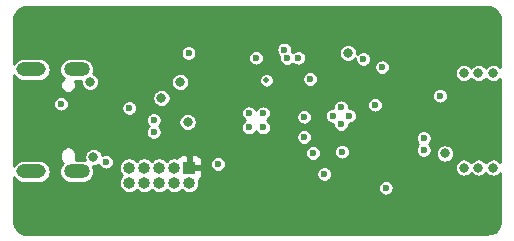
<source format=gbr>
%TF.GenerationSoftware,KiCad,Pcbnew,(5.1.8)-1*%
%TF.CreationDate,2020-12-12T20:42:25+01:00*%
%TF.ProjectId,NRF24Stick,4e524632-3453-4746-9963-6b2e6b696361,rev?*%
%TF.SameCoordinates,Original*%
%TF.FileFunction,Copper,L3,Inr*%
%TF.FilePolarity,Positive*%
%FSLAX46Y46*%
G04 Gerber Fmt 4.6, Leading zero omitted, Abs format (unit mm)*
G04 Created by KiCad (PCBNEW (5.1.8)-1) date 2020-12-12 20:42:25*
%MOMM*%
%LPD*%
G01*
G04 APERTURE LIST*
%TA.AperFunction,ComponentPad*%
%ADD10O,2.500000X1.200000*%
%TD*%
%TA.AperFunction,ComponentPad*%
%ADD11O,2.200000X1.200000*%
%TD*%
%TA.AperFunction,ComponentPad*%
%ADD12O,1.000000X1.000000*%
%TD*%
%TA.AperFunction,ComponentPad*%
%ADD13R,1.000000X1.000000*%
%TD*%
%TA.AperFunction,ViaPad*%
%ADD14C,0.600000*%
%TD*%
%TA.AperFunction,ViaPad*%
%ADD15C,0.800000*%
%TD*%
%TA.AperFunction,ViaPad*%
%ADD16C,0.500000*%
%TD*%
%TA.AperFunction,Conductor*%
%ADD17C,0.250000*%
%TD*%
%TA.AperFunction,Conductor*%
%ADD18C,0.100000*%
%TD*%
G04 APERTURE END LIST*
D10*
%TO.N,Net-(J2-PadS1)*%
%TO.C,J2*%
X110900000Y-111180000D03*
X110900000Y-119820000D03*
D11*
X114725000Y-119820000D03*
X114725000Y-111180000D03*
%TD*%
D12*
%TO.N,/NRST*%
%TO.C,J1*%
X119170000Y-120770000D03*
%TO.N,GND*%
X119170000Y-119500000D03*
%TO.N,N/C*%
X120440000Y-120770000D03*
X120440000Y-119500000D03*
X121710000Y-120770000D03*
%TO.N,GND*%
X121710000Y-119500000D03*
%TO.N,/SWCLK*%
X122980000Y-120770000D03*
%TO.N,GND*%
X122980000Y-119500000D03*
%TO.N,/SWDIO*%
X124250000Y-120770000D03*
D13*
%TO.N,+3V3*%
X124250000Y-119500000D03*
%TD*%
D14*
%TO.N,GND*%
X137100000Y-114400000D03*
X137100000Y-115800000D03*
X137800000Y-115100000D03*
X136400000Y-115100000D03*
X129300000Y-116100000D03*
X130500000Y-116100000D03*
X130500000Y-114900000D03*
D15*
X150000000Y-111500000D03*
X148750000Y-111500000D03*
X147500000Y-111500000D03*
D14*
X129900000Y-110199992D03*
X132300030Y-109500000D03*
X124200000Y-109800000D03*
X117200000Y-119000000D03*
X121250000Y-116500000D03*
D15*
X116149997Y-118600007D03*
X115862618Y-112235285D03*
D14*
X134500000Y-112000000D03*
X137201483Y-118150503D03*
X134750000Y-118250000D03*
D15*
X123500000Y-112250000D03*
X121899976Y-113600024D03*
X124125013Y-115625013D03*
D14*
X140900002Y-121200002D03*
X135700000Y-120050000D03*
X144100000Y-117000000D03*
X144100000Y-118000000D03*
X145500000Y-113400000D03*
D15*
X148750000Y-119500000D03*
X147500000Y-119500000D03*
X150000000Y-119500000D03*
D14*
X119192788Y-114465209D03*
X139000000Y-110299978D03*
X140599998Y-111000000D03*
D15*
X137700000Y-109800000D03*
D14*
X126699994Y-119199994D03*
X129300000Y-114900000D03*
X132530027Y-110230027D03*
X133500000Y-110199980D03*
X140000000Y-114173428D03*
D15*
X145900000Y-118300000D03*
D14*
%TO.N,+3V3*%
X130800000Y-111200000D03*
D15*
X125500000Y-112250000D03*
X125625001Y-115625001D03*
D14*
X135750000Y-119000000D03*
X140600000Y-112000000D03*
D15*
X136200000Y-109800000D03*
D14*
X128800000Y-119200000D03*
X131569976Y-110230000D03*
D16*
%TO.N,/NRST*%
X130800000Y-112100000D03*
D14*
%TO.N,+5V*%
X121250000Y-115463972D03*
X113400000Y-114094998D03*
%TO.N,/SPI_SCK*%
X134000000Y-116900000D03*
X133992941Y-115192836D03*
%TD*%
D17*
%TO.N,+3V3*%
X149713284Y-105922831D02*
X149918447Y-105984773D01*
X150107668Y-106085384D01*
X150273749Y-106220837D01*
X150410350Y-106385959D01*
X150512282Y-106574478D01*
X150575653Y-106779196D01*
X150600000Y-107010845D01*
X150600000Y-111003984D01*
X150494034Y-110898018D01*
X150367100Y-110813204D01*
X150226059Y-110754783D01*
X150076331Y-110725000D01*
X149923669Y-110725000D01*
X149773941Y-110754783D01*
X149632900Y-110813204D01*
X149505966Y-110898018D01*
X149398018Y-111005966D01*
X149375000Y-111040415D01*
X149351982Y-111005966D01*
X149244034Y-110898018D01*
X149117100Y-110813204D01*
X148976059Y-110754783D01*
X148826331Y-110725000D01*
X148673669Y-110725000D01*
X148523941Y-110754783D01*
X148382900Y-110813204D01*
X148255966Y-110898018D01*
X148148018Y-111005966D01*
X148125000Y-111040415D01*
X148101982Y-111005966D01*
X147994034Y-110898018D01*
X147867100Y-110813204D01*
X147726059Y-110754783D01*
X147576331Y-110725000D01*
X147423669Y-110725000D01*
X147273941Y-110754783D01*
X147132900Y-110813204D01*
X147005966Y-110898018D01*
X146898018Y-111005966D01*
X146813204Y-111132900D01*
X146754783Y-111273941D01*
X146725000Y-111423669D01*
X146725000Y-111576331D01*
X146754783Y-111726059D01*
X146813204Y-111867100D01*
X146898018Y-111994034D01*
X147005966Y-112101982D01*
X147132900Y-112186796D01*
X147273941Y-112245217D01*
X147423669Y-112275000D01*
X147576331Y-112275000D01*
X147726059Y-112245217D01*
X147867100Y-112186796D01*
X147994034Y-112101982D01*
X148101982Y-111994034D01*
X148125000Y-111959585D01*
X148148018Y-111994034D01*
X148255966Y-112101982D01*
X148382900Y-112186796D01*
X148523941Y-112245217D01*
X148673669Y-112275000D01*
X148826331Y-112275000D01*
X148976059Y-112245217D01*
X149117100Y-112186796D01*
X149244034Y-112101982D01*
X149351982Y-111994034D01*
X149375000Y-111959585D01*
X149398018Y-111994034D01*
X149505966Y-112101982D01*
X149632900Y-112186796D01*
X149773941Y-112245217D01*
X149923669Y-112275000D01*
X150076331Y-112275000D01*
X150226059Y-112245217D01*
X150367100Y-112186796D01*
X150494034Y-112101982D01*
X150600000Y-111996016D01*
X150600001Y-119003985D01*
X150494034Y-118898018D01*
X150367100Y-118813204D01*
X150226059Y-118754783D01*
X150076331Y-118725000D01*
X149923669Y-118725000D01*
X149773941Y-118754783D01*
X149632900Y-118813204D01*
X149505966Y-118898018D01*
X149398018Y-119005966D01*
X149375000Y-119040415D01*
X149351982Y-119005966D01*
X149244034Y-118898018D01*
X149117100Y-118813204D01*
X148976059Y-118754783D01*
X148826331Y-118725000D01*
X148673669Y-118725000D01*
X148523941Y-118754783D01*
X148382900Y-118813204D01*
X148255966Y-118898018D01*
X148148018Y-119005966D01*
X148125000Y-119040415D01*
X148101982Y-119005966D01*
X147994034Y-118898018D01*
X147867100Y-118813204D01*
X147726059Y-118754783D01*
X147576331Y-118725000D01*
X147423669Y-118725000D01*
X147273941Y-118754783D01*
X147132900Y-118813204D01*
X147005966Y-118898018D01*
X146898018Y-119005966D01*
X146813204Y-119132900D01*
X146754783Y-119273941D01*
X146725000Y-119423669D01*
X146725000Y-119576331D01*
X146754783Y-119726059D01*
X146813204Y-119867100D01*
X146898018Y-119994034D01*
X147005966Y-120101982D01*
X147132900Y-120186796D01*
X147273941Y-120245217D01*
X147423669Y-120275000D01*
X147576331Y-120275000D01*
X147726059Y-120245217D01*
X147867100Y-120186796D01*
X147994034Y-120101982D01*
X148101982Y-119994034D01*
X148125000Y-119959585D01*
X148148018Y-119994034D01*
X148255966Y-120101982D01*
X148382900Y-120186796D01*
X148523941Y-120245217D01*
X148673669Y-120275000D01*
X148826331Y-120275000D01*
X148976059Y-120245217D01*
X149117100Y-120186796D01*
X149244034Y-120101982D01*
X149351982Y-119994034D01*
X149375000Y-119959585D01*
X149398018Y-119994034D01*
X149505966Y-120101982D01*
X149632900Y-120186796D01*
X149773941Y-120245217D01*
X149923669Y-120275000D01*
X150076331Y-120275000D01*
X150226059Y-120245217D01*
X150367100Y-120186796D01*
X150494034Y-120101982D01*
X150600001Y-119996015D01*
X150600001Y-123980427D01*
X150577169Y-124213284D01*
X150515227Y-124418447D01*
X150414616Y-124607668D01*
X150279166Y-124773746D01*
X150114040Y-124910350D01*
X149925522Y-125012282D01*
X149720803Y-125075653D01*
X149489155Y-125100000D01*
X110519563Y-125100000D01*
X110286716Y-125077169D01*
X110081553Y-125015227D01*
X109892332Y-124914616D01*
X109726254Y-124779166D01*
X109589650Y-124614040D01*
X109487718Y-124425522D01*
X109424347Y-124220803D01*
X109400000Y-123989155D01*
X109400000Y-120298082D01*
X109435395Y-120364302D01*
X109557235Y-120512765D01*
X109705698Y-120634605D01*
X109875079Y-120725140D01*
X110058867Y-120780892D01*
X110202108Y-120795000D01*
X111597892Y-120795000D01*
X111741133Y-120780892D01*
X111924921Y-120725140D01*
X112094302Y-120634605D01*
X112242765Y-120512765D01*
X112364605Y-120364302D01*
X112455140Y-120194921D01*
X112510892Y-120011133D01*
X112529717Y-119820000D01*
X113245283Y-119820000D01*
X113264108Y-120011133D01*
X113319860Y-120194921D01*
X113410395Y-120364302D01*
X113532235Y-120512765D01*
X113680698Y-120634605D01*
X113850079Y-120725140D01*
X114033867Y-120780892D01*
X114177108Y-120795000D01*
X115272892Y-120795000D01*
X115416133Y-120780892D01*
X115599921Y-120725140D01*
X115769302Y-120634605D01*
X115917765Y-120512765D01*
X116039605Y-120364302D01*
X116130140Y-120194921D01*
X116185892Y-120011133D01*
X116204717Y-119820000D01*
X116185892Y-119628867D01*
X116130140Y-119445079D01*
X116092686Y-119375007D01*
X116226328Y-119375007D01*
X116376056Y-119345224D01*
X116517097Y-119286803D01*
X116572774Y-119249601D01*
X116601823Y-119319732D01*
X116675693Y-119430287D01*
X116769713Y-119524307D01*
X116880268Y-119598177D01*
X117003110Y-119649060D01*
X117133518Y-119675000D01*
X117266482Y-119675000D01*
X117396890Y-119649060D01*
X117519732Y-119598177D01*
X117630287Y-119524307D01*
X117724307Y-119430287D01*
X117735309Y-119413820D01*
X118295000Y-119413820D01*
X118295000Y-119586180D01*
X118328626Y-119755228D01*
X118394585Y-119914468D01*
X118490343Y-120057780D01*
X118567563Y-120135000D01*
X118490343Y-120212220D01*
X118394585Y-120355532D01*
X118328626Y-120514772D01*
X118295000Y-120683820D01*
X118295000Y-120856180D01*
X118328626Y-121025228D01*
X118394585Y-121184468D01*
X118490343Y-121327780D01*
X118612220Y-121449657D01*
X118755532Y-121545415D01*
X118914772Y-121611374D01*
X119083820Y-121645000D01*
X119256180Y-121645000D01*
X119425228Y-121611374D01*
X119584468Y-121545415D01*
X119727780Y-121449657D01*
X119805000Y-121372437D01*
X119882220Y-121449657D01*
X120025532Y-121545415D01*
X120184772Y-121611374D01*
X120353820Y-121645000D01*
X120526180Y-121645000D01*
X120695228Y-121611374D01*
X120854468Y-121545415D01*
X120997780Y-121449657D01*
X121075000Y-121372437D01*
X121152220Y-121449657D01*
X121295532Y-121545415D01*
X121454772Y-121611374D01*
X121623820Y-121645000D01*
X121796180Y-121645000D01*
X121965228Y-121611374D01*
X122124468Y-121545415D01*
X122267780Y-121449657D01*
X122345000Y-121372437D01*
X122422220Y-121449657D01*
X122565532Y-121545415D01*
X122724772Y-121611374D01*
X122893820Y-121645000D01*
X123066180Y-121645000D01*
X123235228Y-121611374D01*
X123394468Y-121545415D01*
X123537780Y-121449657D01*
X123615000Y-121372437D01*
X123692220Y-121449657D01*
X123835532Y-121545415D01*
X123994772Y-121611374D01*
X124163820Y-121645000D01*
X124336180Y-121645000D01*
X124505228Y-121611374D01*
X124664468Y-121545415D01*
X124807780Y-121449657D01*
X124929657Y-121327780D01*
X125025415Y-121184468D01*
X125046518Y-121133520D01*
X140225002Y-121133520D01*
X140225002Y-121266484D01*
X140250942Y-121396892D01*
X140301825Y-121519734D01*
X140375695Y-121630289D01*
X140469715Y-121724309D01*
X140580270Y-121798179D01*
X140703112Y-121849062D01*
X140833520Y-121875002D01*
X140966484Y-121875002D01*
X141096892Y-121849062D01*
X141219734Y-121798179D01*
X141330289Y-121724309D01*
X141424309Y-121630289D01*
X141498179Y-121519734D01*
X141549062Y-121396892D01*
X141575002Y-121266484D01*
X141575002Y-121133520D01*
X141549062Y-121003112D01*
X141498179Y-120880270D01*
X141424309Y-120769715D01*
X141330289Y-120675695D01*
X141219734Y-120601825D01*
X141096892Y-120550942D01*
X140966484Y-120525002D01*
X140833520Y-120525002D01*
X140703112Y-120550942D01*
X140580270Y-120601825D01*
X140469715Y-120675695D01*
X140375695Y-120769715D01*
X140301825Y-120880270D01*
X140250942Y-121003112D01*
X140225002Y-121133520D01*
X125046518Y-121133520D01*
X125091374Y-121025228D01*
X125125000Y-120856180D01*
X125125000Y-120683820D01*
X125093431Y-120525112D01*
X125098911Y-120522183D01*
X125194080Y-120444080D01*
X125272183Y-120348911D01*
X125330219Y-120240334D01*
X125365957Y-120122521D01*
X125378024Y-120000000D01*
X125377797Y-119983518D01*
X135025000Y-119983518D01*
X135025000Y-120116482D01*
X135050940Y-120246890D01*
X135101823Y-120369732D01*
X135175693Y-120480287D01*
X135269713Y-120574307D01*
X135380268Y-120648177D01*
X135503110Y-120699060D01*
X135633518Y-120725000D01*
X135766482Y-120725000D01*
X135896890Y-120699060D01*
X136019732Y-120648177D01*
X136130287Y-120574307D01*
X136224307Y-120480287D01*
X136298177Y-120369732D01*
X136349060Y-120246890D01*
X136375000Y-120116482D01*
X136375000Y-119983518D01*
X136349060Y-119853110D01*
X136298177Y-119730268D01*
X136224307Y-119619713D01*
X136130287Y-119525693D01*
X136019732Y-119451823D01*
X135896890Y-119400940D01*
X135766482Y-119375000D01*
X135633518Y-119375000D01*
X135503110Y-119400940D01*
X135380268Y-119451823D01*
X135269713Y-119525693D01*
X135175693Y-119619713D01*
X135101823Y-119730268D01*
X135050940Y-119853110D01*
X135025000Y-119983518D01*
X125377797Y-119983518D01*
X125375000Y-119781250D01*
X125218750Y-119625000D01*
X124375000Y-119625000D01*
X124375000Y-119645000D01*
X124125000Y-119645000D01*
X124125000Y-119625000D01*
X124105000Y-119625000D01*
X124105000Y-119375000D01*
X124125000Y-119375000D01*
X124125000Y-118531250D01*
X124375000Y-118531250D01*
X124375000Y-119375000D01*
X125218750Y-119375000D01*
X125375000Y-119218750D01*
X125376178Y-119133512D01*
X126024994Y-119133512D01*
X126024994Y-119266476D01*
X126050934Y-119396884D01*
X126101817Y-119519726D01*
X126175687Y-119630281D01*
X126269707Y-119724301D01*
X126380262Y-119798171D01*
X126503104Y-119849054D01*
X126633512Y-119874994D01*
X126766476Y-119874994D01*
X126896884Y-119849054D01*
X127019726Y-119798171D01*
X127130281Y-119724301D01*
X127224301Y-119630281D01*
X127298171Y-119519726D01*
X127349054Y-119396884D01*
X127374994Y-119266476D01*
X127374994Y-119133512D01*
X127349054Y-119003104D01*
X127298171Y-118880262D01*
X127224301Y-118769707D01*
X127130281Y-118675687D01*
X127019726Y-118601817D01*
X126896884Y-118550934D01*
X126766476Y-118524994D01*
X126633512Y-118524994D01*
X126503104Y-118550934D01*
X126380262Y-118601817D01*
X126269707Y-118675687D01*
X126175687Y-118769707D01*
X126101817Y-118880262D01*
X126050934Y-119003104D01*
X126024994Y-119133512D01*
X125376178Y-119133512D01*
X125378024Y-119000000D01*
X125365957Y-118877479D01*
X125330219Y-118759666D01*
X125272183Y-118651089D01*
X125194080Y-118555920D01*
X125098911Y-118477817D01*
X124990334Y-118419781D01*
X124872521Y-118384043D01*
X124750000Y-118371976D01*
X124531250Y-118375000D01*
X124375000Y-118531250D01*
X124125000Y-118531250D01*
X123968750Y-118375000D01*
X123750000Y-118371976D01*
X123627479Y-118384043D01*
X123509666Y-118419781D01*
X123401089Y-118477817D01*
X123305920Y-118555920D01*
X123227817Y-118651089D01*
X123224888Y-118656569D01*
X123066180Y-118625000D01*
X122893820Y-118625000D01*
X122724772Y-118658626D01*
X122565532Y-118724585D01*
X122422220Y-118820343D01*
X122345000Y-118897563D01*
X122267780Y-118820343D01*
X122124468Y-118724585D01*
X121965228Y-118658626D01*
X121796180Y-118625000D01*
X121623820Y-118625000D01*
X121454772Y-118658626D01*
X121295532Y-118724585D01*
X121152220Y-118820343D01*
X121075000Y-118897563D01*
X120997780Y-118820343D01*
X120854468Y-118724585D01*
X120695228Y-118658626D01*
X120526180Y-118625000D01*
X120353820Y-118625000D01*
X120184772Y-118658626D01*
X120025532Y-118724585D01*
X119882220Y-118820343D01*
X119805000Y-118897563D01*
X119727780Y-118820343D01*
X119584468Y-118724585D01*
X119425228Y-118658626D01*
X119256180Y-118625000D01*
X119083820Y-118625000D01*
X118914772Y-118658626D01*
X118755532Y-118724585D01*
X118612220Y-118820343D01*
X118490343Y-118942220D01*
X118394585Y-119085532D01*
X118328626Y-119244772D01*
X118295000Y-119413820D01*
X117735309Y-119413820D01*
X117798177Y-119319732D01*
X117849060Y-119196890D01*
X117875000Y-119066482D01*
X117875000Y-118933518D01*
X117849060Y-118803110D01*
X117798177Y-118680268D01*
X117724307Y-118569713D01*
X117630287Y-118475693D01*
X117519732Y-118401823D01*
X117396890Y-118350940D01*
X117266482Y-118325000D01*
X117133518Y-118325000D01*
X117003110Y-118350940D01*
X116899199Y-118393982D01*
X116895214Y-118373948D01*
X116836793Y-118232907D01*
X116803793Y-118183518D01*
X134075000Y-118183518D01*
X134075000Y-118316482D01*
X134100940Y-118446890D01*
X134151823Y-118569732D01*
X134225693Y-118680287D01*
X134319713Y-118774307D01*
X134430268Y-118848177D01*
X134553110Y-118899060D01*
X134683518Y-118925000D01*
X134816482Y-118925000D01*
X134946890Y-118899060D01*
X135069732Y-118848177D01*
X135180287Y-118774307D01*
X135274307Y-118680287D01*
X135348177Y-118569732D01*
X135399060Y-118446890D01*
X135425000Y-118316482D01*
X135425000Y-118183518D01*
X135405209Y-118084021D01*
X136526483Y-118084021D01*
X136526483Y-118216985D01*
X136552423Y-118347393D01*
X136603306Y-118470235D01*
X136677176Y-118580790D01*
X136771196Y-118674810D01*
X136881751Y-118748680D01*
X137004593Y-118799563D01*
X137135001Y-118825503D01*
X137267965Y-118825503D01*
X137398373Y-118799563D01*
X137521215Y-118748680D01*
X137631770Y-118674810D01*
X137725790Y-118580790D01*
X137799660Y-118470235D01*
X137850543Y-118347393D01*
X137876483Y-118216985D01*
X137876483Y-118084021D01*
X137850543Y-117953613D01*
X137799660Y-117830771D01*
X137725790Y-117720216D01*
X137631770Y-117626196D01*
X137521215Y-117552326D01*
X137398373Y-117501443D01*
X137267965Y-117475503D01*
X137135001Y-117475503D01*
X137004593Y-117501443D01*
X136881751Y-117552326D01*
X136771196Y-117626196D01*
X136677176Y-117720216D01*
X136603306Y-117830771D01*
X136552423Y-117953613D01*
X136526483Y-118084021D01*
X135405209Y-118084021D01*
X135399060Y-118053110D01*
X135348177Y-117930268D01*
X135274307Y-117819713D01*
X135180287Y-117725693D01*
X135069732Y-117651823D01*
X134946890Y-117600940D01*
X134816482Y-117575000D01*
X134683518Y-117575000D01*
X134553110Y-117600940D01*
X134430268Y-117651823D01*
X134319713Y-117725693D01*
X134225693Y-117819713D01*
X134151823Y-117930268D01*
X134100940Y-118053110D01*
X134075000Y-118183518D01*
X116803793Y-118183518D01*
X116751979Y-118105973D01*
X116644031Y-117998025D01*
X116517097Y-117913211D01*
X116376056Y-117854790D01*
X116226328Y-117825007D01*
X116073666Y-117825007D01*
X115923938Y-117854790D01*
X115782897Y-117913211D01*
X115655963Y-117998025D01*
X115548015Y-118105973D01*
X115463201Y-118232907D01*
X115404780Y-118373948D01*
X115374997Y-118523676D01*
X115374997Y-118676338D01*
X115404780Y-118826066D01*
X115418802Y-118859918D01*
X115416133Y-118859108D01*
X115272892Y-118845000D01*
X114638637Y-118845000D01*
X114665233Y-118757323D01*
X114675000Y-118658159D01*
X114675000Y-118341842D01*
X114665233Y-118242678D01*
X114626636Y-118115440D01*
X114563958Y-117998176D01*
X114479606Y-117895394D01*
X114376824Y-117811042D01*
X114259561Y-117748364D01*
X114132323Y-117709767D01*
X114000000Y-117696734D01*
X113867678Y-117709767D01*
X113740440Y-117748364D01*
X113623177Y-117811042D01*
X113520395Y-117895394D01*
X113436042Y-117998176D01*
X113373364Y-118115439D01*
X113334767Y-118242677D01*
X113325000Y-118341841D01*
X113325000Y-118658158D01*
X113334767Y-118757322D01*
X113373364Y-118884560D01*
X113436042Y-119001823D01*
X113520394Y-119104605D01*
X113540102Y-119120779D01*
X113532235Y-119127235D01*
X113410395Y-119275698D01*
X113319860Y-119445079D01*
X113264108Y-119628867D01*
X113245283Y-119820000D01*
X112529717Y-119820000D01*
X112510892Y-119628867D01*
X112455140Y-119445079D01*
X112364605Y-119275698D01*
X112242765Y-119127235D01*
X112094302Y-119005395D01*
X111924921Y-118914860D01*
X111741133Y-118859108D01*
X111597892Y-118845000D01*
X110202108Y-118845000D01*
X110058867Y-118859108D01*
X109875079Y-118914860D01*
X109705698Y-119005395D01*
X109557235Y-119127235D01*
X109435395Y-119275698D01*
X109400000Y-119341918D01*
X109400000Y-115397490D01*
X120575000Y-115397490D01*
X120575000Y-115530454D01*
X120600940Y-115660862D01*
X120651823Y-115783704D01*
X120725693Y-115894259D01*
X120813420Y-115981986D01*
X120725693Y-116069713D01*
X120651823Y-116180268D01*
X120600940Y-116303110D01*
X120575000Y-116433518D01*
X120575000Y-116566482D01*
X120600940Y-116696890D01*
X120651823Y-116819732D01*
X120725693Y-116930287D01*
X120819713Y-117024307D01*
X120930268Y-117098177D01*
X121053110Y-117149060D01*
X121183518Y-117175000D01*
X121316482Y-117175000D01*
X121446890Y-117149060D01*
X121569732Y-117098177D01*
X121680287Y-117024307D01*
X121774307Y-116930287D01*
X121838965Y-116833518D01*
X133325000Y-116833518D01*
X133325000Y-116966482D01*
X133350940Y-117096890D01*
X133401823Y-117219732D01*
X133475693Y-117330287D01*
X133569713Y-117424307D01*
X133680268Y-117498177D01*
X133803110Y-117549060D01*
X133933518Y-117575000D01*
X134066482Y-117575000D01*
X134196890Y-117549060D01*
X134319732Y-117498177D01*
X134430287Y-117424307D01*
X134524307Y-117330287D01*
X134598177Y-117219732D01*
X134649060Y-117096890D01*
X134675000Y-116966482D01*
X134675000Y-116933518D01*
X143425000Y-116933518D01*
X143425000Y-117066482D01*
X143450940Y-117196890D01*
X143501823Y-117319732D01*
X143575693Y-117430287D01*
X143645406Y-117500000D01*
X143575693Y-117569713D01*
X143501823Y-117680268D01*
X143450940Y-117803110D01*
X143425000Y-117933518D01*
X143425000Y-118066482D01*
X143450940Y-118196890D01*
X143501823Y-118319732D01*
X143575693Y-118430287D01*
X143669713Y-118524307D01*
X143780268Y-118598177D01*
X143903110Y-118649060D01*
X144033518Y-118675000D01*
X144166482Y-118675000D01*
X144296890Y-118649060D01*
X144419732Y-118598177D01*
X144530287Y-118524307D01*
X144624307Y-118430287D01*
X144698177Y-118319732D01*
X144737967Y-118223669D01*
X145125000Y-118223669D01*
X145125000Y-118376331D01*
X145154783Y-118526059D01*
X145213204Y-118667100D01*
X145298018Y-118794034D01*
X145405966Y-118901982D01*
X145532900Y-118986796D01*
X145673941Y-119045217D01*
X145823669Y-119075000D01*
X145976331Y-119075000D01*
X146126059Y-119045217D01*
X146267100Y-118986796D01*
X146394034Y-118901982D01*
X146501982Y-118794034D01*
X146586796Y-118667100D01*
X146645217Y-118526059D01*
X146675000Y-118376331D01*
X146675000Y-118223669D01*
X146645217Y-118073941D01*
X146586796Y-117932900D01*
X146501982Y-117805966D01*
X146394034Y-117698018D01*
X146267100Y-117613204D01*
X146126059Y-117554783D01*
X145976331Y-117525000D01*
X145823669Y-117525000D01*
X145673941Y-117554783D01*
X145532900Y-117613204D01*
X145405966Y-117698018D01*
X145298018Y-117805966D01*
X145213204Y-117932900D01*
X145154783Y-118073941D01*
X145125000Y-118223669D01*
X144737967Y-118223669D01*
X144749060Y-118196890D01*
X144775000Y-118066482D01*
X144775000Y-117933518D01*
X144749060Y-117803110D01*
X144698177Y-117680268D01*
X144624307Y-117569713D01*
X144554594Y-117500000D01*
X144624307Y-117430287D01*
X144698177Y-117319732D01*
X144749060Y-117196890D01*
X144775000Y-117066482D01*
X144775000Y-116933518D01*
X144749060Y-116803110D01*
X144698177Y-116680268D01*
X144624307Y-116569713D01*
X144530287Y-116475693D01*
X144419732Y-116401823D01*
X144296890Y-116350940D01*
X144166482Y-116325000D01*
X144033518Y-116325000D01*
X143903110Y-116350940D01*
X143780268Y-116401823D01*
X143669713Y-116475693D01*
X143575693Y-116569713D01*
X143501823Y-116680268D01*
X143450940Y-116803110D01*
X143425000Y-116933518D01*
X134675000Y-116933518D01*
X134675000Y-116833518D01*
X134649060Y-116703110D01*
X134598177Y-116580268D01*
X134524307Y-116469713D01*
X134430287Y-116375693D01*
X134319732Y-116301823D01*
X134196890Y-116250940D01*
X134066482Y-116225000D01*
X133933518Y-116225000D01*
X133803110Y-116250940D01*
X133680268Y-116301823D01*
X133569713Y-116375693D01*
X133475693Y-116469713D01*
X133401823Y-116580268D01*
X133350940Y-116703110D01*
X133325000Y-116833518D01*
X121838965Y-116833518D01*
X121848177Y-116819732D01*
X121899060Y-116696890D01*
X121925000Y-116566482D01*
X121925000Y-116433518D01*
X121899060Y-116303110D01*
X121848177Y-116180268D01*
X121774307Y-116069713D01*
X121686580Y-115981986D01*
X121774307Y-115894259D01*
X121848177Y-115783704D01*
X121899060Y-115660862D01*
X121921374Y-115548682D01*
X123350013Y-115548682D01*
X123350013Y-115701344D01*
X123379796Y-115851072D01*
X123438217Y-115992113D01*
X123523031Y-116119047D01*
X123630979Y-116226995D01*
X123757913Y-116311809D01*
X123898954Y-116370230D01*
X124048682Y-116400013D01*
X124201344Y-116400013D01*
X124351072Y-116370230D01*
X124492113Y-116311809D01*
X124619047Y-116226995D01*
X124726995Y-116119047D01*
X124811809Y-115992113D01*
X124870230Y-115851072D01*
X124900013Y-115701344D01*
X124900013Y-115548682D01*
X124870230Y-115398954D01*
X124811809Y-115257913D01*
X124726995Y-115130979D01*
X124619047Y-115023031D01*
X124492113Y-114938217D01*
X124351072Y-114879796D01*
X124201344Y-114850013D01*
X124048682Y-114850013D01*
X123898954Y-114879796D01*
X123757913Y-114938217D01*
X123630979Y-115023031D01*
X123523031Y-115130979D01*
X123438217Y-115257913D01*
X123379796Y-115398954D01*
X123350013Y-115548682D01*
X121921374Y-115548682D01*
X121925000Y-115530454D01*
X121925000Y-115397490D01*
X121899060Y-115267082D01*
X121848177Y-115144240D01*
X121774307Y-115033685D01*
X121680287Y-114939665D01*
X121569732Y-114865795D01*
X121491809Y-114833518D01*
X128625000Y-114833518D01*
X128625000Y-114966482D01*
X128650940Y-115096890D01*
X128701823Y-115219732D01*
X128775693Y-115330287D01*
X128869713Y-115424307D01*
X128980268Y-115498177D01*
X128984669Y-115500000D01*
X128980268Y-115501823D01*
X128869713Y-115575693D01*
X128775693Y-115669713D01*
X128701823Y-115780268D01*
X128650940Y-115903110D01*
X128625000Y-116033518D01*
X128625000Y-116166482D01*
X128650940Y-116296890D01*
X128701823Y-116419732D01*
X128775693Y-116530287D01*
X128869713Y-116624307D01*
X128980268Y-116698177D01*
X129103110Y-116749060D01*
X129233518Y-116775000D01*
X129366482Y-116775000D01*
X129496890Y-116749060D01*
X129619732Y-116698177D01*
X129730287Y-116624307D01*
X129824307Y-116530287D01*
X129898177Y-116419732D01*
X129900000Y-116415331D01*
X129901823Y-116419732D01*
X129975693Y-116530287D01*
X130069713Y-116624307D01*
X130180268Y-116698177D01*
X130303110Y-116749060D01*
X130433518Y-116775000D01*
X130566482Y-116775000D01*
X130696890Y-116749060D01*
X130819732Y-116698177D01*
X130930287Y-116624307D01*
X131024307Y-116530287D01*
X131098177Y-116419732D01*
X131149060Y-116296890D01*
X131175000Y-116166482D01*
X131175000Y-116033518D01*
X131149060Y-115903110D01*
X131098177Y-115780268D01*
X131024307Y-115669713D01*
X130930287Y-115575693D01*
X130819732Y-115501823D01*
X130815331Y-115500000D01*
X130819732Y-115498177D01*
X130930287Y-115424307D01*
X131024307Y-115330287D01*
X131098177Y-115219732D01*
X131136855Y-115126354D01*
X133317941Y-115126354D01*
X133317941Y-115259318D01*
X133343881Y-115389726D01*
X133394764Y-115512568D01*
X133468634Y-115623123D01*
X133562654Y-115717143D01*
X133673209Y-115791013D01*
X133796051Y-115841896D01*
X133926459Y-115867836D01*
X134059423Y-115867836D01*
X134189831Y-115841896D01*
X134312673Y-115791013D01*
X134423228Y-115717143D01*
X134517248Y-115623123D01*
X134591118Y-115512568D01*
X134642001Y-115389726D01*
X134667941Y-115259318D01*
X134667941Y-115126354D01*
X134649475Y-115033518D01*
X135725000Y-115033518D01*
X135725000Y-115166482D01*
X135750940Y-115296890D01*
X135801823Y-115419732D01*
X135875693Y-115530287D01*
X135969713Y-115624307D01*
X136080268Y-115698177D01*
X136203110Y-115749060D01*
X136333518Y-115775000D01*
X136425000Y-115775000D01*
X136425000Y-115866482D01*
X136450940Y-115996890D01*
X136501823Y-116119732D01*
X136575693Y-116230287D01*
X136669713Y-116324307D01*
X136780268Y-116398177D01*
X136903110Y-116449060D01*
X137033518Y-116475000D01*
X137166482Y-116475000D01*
X137296890Y-116449060D01*
X137419732Y-116398177D01*
X137530287Y-116324307D01*
X137624307Y-116230287D01*
X137698177Y-116119732D01*
X137749060Y-115996890D01*
X137775000Y-115866482D01*
X137775000Y-115775000D01*
X137866482Y-115775000D01*
X137996890Y-115749060D01*
X138119732Y-115698177D01*
X138230287Y-115624307D01*
X138324307Y-115530287D01*
X138398177Y-115419732D01*
X138449060Y-115296890D01*
X138475000Y-115166482D01*
X138475000Y-115033518D01*
X138449060Y-114903110D01*
X138398177Y-114780268D01*
X138324307Y-114669713D01*
X138230287Y-114575693D01*
X138119732Y-114501823D01*
X137996890Y-114450940D01*
X137866482Y-114425000D01*
X137775000Y-114425000D01*
X137775000Y-114333518D01*
X137749060Y-114203110D01*
X137709228Y-114106946D01*
X139325000Y-114106946D01*
X139325000Y-114239910D01*
X139350940Y-114370318D01*
X139401823Y-114493160D01*
X139475693Y-114603715D01*
X139569713Y-114697735D01*
X139680268Y-114771605D01*
X139803110Y-114822488D01*
X139933518Y-114848428D01*
X140066482Y-114848428D01*
X140196890Y-114822488D01*
X140319732Y-114771605D01*
X140430287Y-114697735D01*
X140524307Y-114603715D01*
X140598177Y-114493160D01*
X140649060Y-114370318D01*
X140675000Y-114239910D01*
X140675000Y-114106946D01*
X140649060Y-113976538D01*
X140598177Y-113853696D01*
X140524307Y-113743141D01*
X140430287Y-113649121D01*
X140319732Y-113575251D01*
X140196890Y-113524368D01*
X140066482Y-113498428D01*
X139933518Y-113498428D01*
X139803110Y-113524368D01*
X139680268Y-113575251D01*
X139569713Y-113649121D01*
X139475693Y-113743141D01*
X139401823Y-113853696D01*
X139350940Y-113976538D01*
X139325000Y-114106946D01*
X137709228Y-114106946D01*
X137698177Y-114080268D01*
X137624307Y-113969713D01*
X137530287Y-113875693D01*
X137419732Y-113801823D01*
X137296890Y-113750940D01*
X137166482Y-113725000D01*
X137033518Y-113725000D01*
X136903110Y-113750940D01*
X136780268Y-113801823D01*
X136669713Y-113875693D01*
X136575693Y-113969713D01*
X136501823Y-114080268D01*
X136450940Y-114203110D01*
X136425000Y-114333518D01*
X136425000Y-114425000D01*
X136333518Y-114425000D01*
X136203110Y-114450940D01*
X136080268Y-114501823D01*
X135969713Y-114575693D01*
X135875693Y-114669713D01*
X135801823Y-114780268D01*
X135750940Y-114903110D01*
X135725000Y-115033518D01*
X134649475Y-115033518D01*
X134642001Y-114995946D01*
X134591118Y-114873104D01*
X134517248Y-114762549D01*
X134423228Y-114668529D01*
X134312673Y-114594659D01*
X134189831Y-114543776D01*
X134059423Y-114517836D01*
X133926459Y-114517836D01*
X133796051Y-114543776D01*
X133673209Y-114594659D01*
X133562654Y-114668529D01*
X133468634Y-114762549D01*
X133394764Y-114873104D01*
X133343881Y-114995946D01*
X133317941Y-115126354D01*
X131136855Y-115126354D01*
X131149060Y-115096890D01*
X131175000Y-114966482D01*
X131175000Y-114833518D01*
X131149060Y-114703110D01*
X131098177Y-114580268D01*
X131024307Y-114469713D01*
X130930287Y-114375693D01*
X130819732Y-114301823D01*
X130696890Y-114250940D01*
X130566482Y-114225000D01*
X130433518Y-114225000D01*
X130303110Y-114250940D01*
X130180268Y-114301823D01*
X130069713Y-114375693D01*
X129975693Y-114469713D01*
X129901823Y-114580268D01*
X129900000Y-114584669D01*
X129898177Y-114580268D01*
X129824307Y-114469713D01*
X129730287Y-114375693D01*
X129619732Y-114301823D01*
X129496890Y-114250940D01*
X129366482Y-114225000D01*
X129233518Y-114225000D01*
X129103110Y-114250940D01*
X128980268Y-114301823D01*
X128869713Y-114375693D01*
X128775693Y-114469713D01*
X128701823Y-114580268D01*
X128650940Y-114703110D01*
X128625000Y-114833518D01*
X121491809Y-114833518D01*
X121446890Y-114814912D01*
X121316482Y-114788972D01*
X121183518Y-114788972D01*
X121053110Y-114814912D01*
X120930268Y-114865795D01*
X120819713Y-114939665D01*
X120725693Y-115033685D01*
X120651823Y-115144240D01*
X120600940Y-115267082D01*
X120575000Y-115397490D01*
X109400000Y-115397490D01*
X109400000Y-114028516D01*
X112725000Y-114028516D01*
X112725000Y-114161480D01*
X112750940Y-114291888D01*
X112801823Y-114414730D01*
X112875693Y-114525285D01*
X112969713Y-114619305D01*
X113080268Y-114693175D01*
X113203110Y-114744058D01*
X113333518Y-114769998D01*
X113466482Y-114769998D01*
X113596890Y-114744058D01*
X113719732Y-114693175D01*
X113830287Y-114619305D01*
X113924307Y-114525285D01*
X113998177Y-114414730D01*
X114004805Y-114398727D01*
X118517788Y-114398727D01*
X118517788Y-114531691D01*
X118543728Y-114662099D01*
X118594611Y-114784941D01*
X118668481Y-114895496D01*
X118762501Y-114989516D01*
X118873056Y-115063386D01*
X118995898Y-115114269D01*
X119126306Y-115140209D01*
X119259270Y-115140209D01*
X119389678Y-115114269D01*
X119512520Y-115063386D01*
X119623075Y-114989516D01*
X119717095Y-114895496D01*
X119790965Y-114784941D01*
X119841848Y-114662099D01*
X119867788Y-114531691D01*
X119867788Y-114398727D01*
X119841848Y-114268319D01*
X119790965Y-114145477D01*
X119717095Y-114034922D01*
X119623075Y-113940902D01*
X119512520Y-113867032D01*
X119389678Y-113816149D01*
X119259270Y-113790209D01*
X119126306Y-113790209D01*
X118995898Y-113816149D01*
X118873056Y-113867032D01*
X118762501Y-113940902D01*
X118668481Y-114034922D01*
X118594611Y-114145477D01*
X118543728Y-114268319D01*
X118517788Y-114398727D01*
X114004805Y-114398727D01*
X114049060Y-114291888D01*
X114075000Y-114161480D01*
X114075000Y-114028516D01*
X114049060Y-113898108D01*
X113998177Y-113775266D01*
X113924307Y-113664711D01*
X113830287Y-113570691D01*
X113759950Y-113523693D01*
X121124976Y-113523693D01*
X121124976Y-113676355D01*
X121154759Y-113826083D01*
X121213180Y-113967124D01*
X121297994Y-114094058D01*
X121405942Y-114202006D01*
X121532876Y-114286820D01*
X121673917Y-114345241D01*
X121823645Y-114375024D01*
X121976307Y-114375024D01*
X122126035Y-114345241D01*
X122267076Y-114286820D01*
X122394010Y-114202006D01*
X122501958Y-114094058D01*
X122586772Y-113967124D01*
X122645193Y-113826083D01*
X122674976Y-113676355D01*
X122674976Y-113523693D01*
X122645193Y-113373965D01*
X122628440Y-113333518D01*
X144825000Y-113333518D01*
X144825000Y-113466482D01*
X144850940Y-113596890D01*
X144901823Y-113719732D01*
X144975693Y-113830287D01*
X145069713Y-113924307D01*
X145180268Y-113998177D01*
X145303110Y-114049060D01*
X145433518Y-114075000D01*
X145566482Y-114075000D01*
X145696890Y-114049060D01*
X145819732Y-113998177D01*
X145930287Y-113924307D01*
X146024307Y-113830287D01*
X146098177Y-113719732D01*
X146149060Y-113596890D01*
X146175000Y-113466482D01*
X146175000Y-113333518D01*
X146149060Y-113203110D01*
X146098177Y-113080268D01*
X146024307Y-112969713D01*
X145930287Y-112875693D01*
X145819732Y-112801823D01*
X145696890Y-112750940D01*
X145566482Y-112725000D01*
X145433518Y-112725000D01*
X145303110Y-112750940D01*
X145180268Y-112801823D01*
X145069713Y-112875693D01*
X144975693Y-112969713D01*
X144901823Y-113080268D01*
X144850940Y-113203110D01*
X144825000Y-113333518D01*
X122628440Y-113333518D01*
X122586772Y-113232924D01*
X122501958Y-113105990D01*
X122394010Y-112998042D01*
X122267076Y-112913228D01*
X122126035Y-112854807D01*
X121976307Y-112825024D01*
X121823645Y-112825024D01*
X121673917Y-112854807D01*
X121532876Y-112913228D01*
X121405942Y-112998042D01*
X121297994Y-113105990D01*
X121213180Y-113232924D01*
X121154759Y-113373965D01*
X121124976Y-113523693D01*
X113759950Y-113523693D01*
X113719732Y-113496821D01*
X113596890Y-113445938D01*
X113466482Y-113419998D01*
X113333518Y-113419998D01*
X113203110Y-113445938D01*
X113080268Y-113496821D01*
X112969713Y-113570691D01*
X112875693Y-113664711D01*
X112801823Y-113775266D01*
X112750940Y-113898108D01*
X112725000Y-114028516D01*
X109400000Y-114028516D01*
X109400000Y-111658082D01*
X109435395Y-111724302D01*
X109557235Y-111872765D01*
X109705698Y-111994605D01*
X109875079Y-112085140D01*
X110058867Y-112140892D01*
X110202108Y-112155000D01*
X111597892Y-112155000D01*
X111741133Y-112140892D01*
X111924921Y-112085140D01*
X112094302Y-111994605D01*
X112242765Y-111872765D01*
X112364605Y-111724302D01*
X112455140Y-111554921D01*
X112510892Y-111371133D01*
X112529717Y-111180000D01*
X113245283Y-111180000D01*
X113264108Y-111371133D01*
X113319860Y-111554921D01*
X113410395Y-111724302D01*
X113532235Y-111872765D01*
X113618187Y-111943304D01*
X113569713Y-111975693D01*
X113475693Y-112069713D01*
X113401823Y-112180268D01*
X113350940Y-112303110D01*
X113325000Y-112433518D01*
X113325000Y-112566482D01*
X113350940Y-112696890D01*
X113401823Y-112819732D01*
X113475693Y-112930287D01*
X113569713Y-113024307D01*
X113680268Y-113098177D01*
X113803110Y-113149060D01*
X113933518Y-113175000D01*
X114066482Y-113175000D01*
X114196890Y-113149060D01*
X114319732Y-113098177D01*
X114430287Y-113024307D01*
X114524307Y-112930287D01*
X114598177Y-112819732D01*
X114649060Y-112696890D01*
X114675000Y-112566482D01*
X114675000Y-112433518D01*
X114649060Y-112303110D01*
X114598177Y-112180268D01*
X114581294Y-112155000D01*
X115088405Y-112155000D01*
X115087618Y-112158954D01*
X115087618Y-112311616D01*
X115117401Y-112461344D01*
X115175822Y-112602385D01*
X115260636Y-112729319D01*
X115368584Y-112837267D01*
X115495518Y-112922081D01*
X115636559Y-112980502D01*
X115786287Y-113010285D01*
X115938949Y-113010285D01*
X116088677Y-112980502D01*
X116229718Y-112922081D01*
X116356652Y-112837267D01*
X116464600Y-112729319D01*
X116549414Y-112602385D01*
X116607835Y-112461344D01*
X116637618Y-112311616D01*
X116637618Y-112173669D01*
X122725000Y-112173669D01*
X122725000Y-112326331D01*
X122754783Y-112476059D01*
X122813204Y-112617100D01*
X122898018Y-112744034D01*
X123005966Y-112851982D01*
X123132900Y-112936796D01*
X123273941Y-112995217D01*
X123423669Y-113025000D01*
X123576331Y-113025000D01*
X123726059Y-112995217D01*
X123867100Y-112936796D01*
X123994034Y-112851982D01*
X124101982Y-112744034D01*
X124186796Y-112617100D01*
X124245217Y-112476059D01*
X124275000Y-112326331D01*
X124275000Y-112173669D01*
X124248102Y-112038443D01*
X130175000Y-112038443D01*
X130175000Y-112161557D01*
X130199019Y-112282306D01*
X130246132Y-112396048D01*
X130314531Y-112498414D01*
X130401586Y-112585469D01*
X130503952Y-112653868D01*
X130617694Y-112700981D01*
X130738443Y-112725000D01*
X130861557Y-112725000D01*
X130982306Y-112700981D01*
X131096048Y-112653868D01*
X131198414Y-112585469D01*
X131285469Y-112498414D01*
X131353868Y-112396048D01*
X131400981Y-112282306D01*
X131425000Y-112161557D01*
X131425000Y-112038443D01*
X131404129Y-111933518D01*
X133825000Y-111933518D01*
X133825000Y-112066482D01*
X133850940Y-112196890D01*
X133901823Y-112319732D01*
X133975693Y-112430287D01*
X134069713Y-112524307D01*
X134180268Y-112598177D01*
X134303110Y-112649060D01*
X134433518Y-112675000D01*
X134566482Y-112675000D01*
X134696890Y-112649060D01*
X134819732Y-112598177D01*
X134930287Y-112524307D01*
X135024307Y-112430287D01*
X135098177Y-112319732D01*
X135149060Y-112196890D01*
X135175000Y-112066482D01*
X135175000Y-111933518D01*
X135149060Y-111803110D01*
X135098177Y-111680268D01*
X135024307Y-111569713D01*
X134930287Y-111475693D01*
X134819732Y-111401823D01*
X134696890Y-111350940D01*
X134566482Y-111325000D01*
X134433518Y-111325000D01*
X134303110Y-111350940D01*
X134180268Y-111401823D01*
X134069713Y-111475693D01*
X133975693Y-111569713D01*
X133901823Y-111680268D01*
X133850940Y-111803110D01*
X133825000Y-111933518D01*
X131404129Y-111933518D01*
X131400981Y-111917694D01*
X131353868Y-111803952D01*
X131285469Y-111701586D01*
X131198414Y-111614531D01*
X131096048Y-111546132D01*
X130982306Y-111499019D01*
X130861557Y-111475000D01*
X130738443Y-111475000D01*
X130617694Y-111499019D01*
X130503952Y-111546132D01*
X130401586Y-111614531D01*
X130314531Y-111701586D01*
X130246132Y-111803952D01*
X130199019Y-111917694D01*
X130175000Y-112038443D01*
X124248102Y-112038443D01*
X124245217Y-112023941D01*
X124186796Y-111882900D01*
X124101982Y-111755966D01*
X123994034Y-111648018D01*
X123867100Y-111563204D01*
X123726059Y-111504783D01*
X123576331Y-111475000D01*
X123423669Y-111475000D01*
X123273941Y-111504783D01*
X123132900Y-111563204D01*
X123005966Y-111648018D01*
X122898018Y-111755966D01*
X122813204Y-111882900D01*
X122754783Y-112023941D01*
X122725000Y-112173669D01*
X116637618Y-112173669D01*
X116637618Y-112158954D01*
X116607835Y-112009226D01*
X116549414Y-111868185D01*
X116464600Y-111741251D01*
X116356652Y-111633303D01*
X116229718Y-111548489D01*
X116142989Y-111512565D01*
X116185892Y-111371133D01*
X116204717Y-111180000D01*
X116185892Y-110988867D01*
X116130140Y-110805079D01*
X116039605Y-110635698D01*
X115917765Y-110487235D01*
X115769302Y-110365395D01*
X115599921Y-110274860D01*
X115416133Y-110219108D01*
X115272892Y-110205000D01*
X114177108Y-110205000D01*
X114033867Y-110219108D01*
X113850079Y-110274860D01*
X113680698Y-110365395D01*
X113532235Y-110487235D01*
X113410395Y-110635698D01*
X113319860Y-110805079D01*
X113264108Y-110988867D01*
X113245283Y-111180000D01*
X112529717Y-111180000D01*
X112510892Y-110988867D01*
X112455140Y-110805079D01*
X112364605Y-110635698D01*
X112242765Y-110487235D01*
X112094302Y-110365395D01*
X111924921Y-110274860D01*
X111741133Y-110219108D01*
X111597892Y-110205000D01*
X110202108Y-110205000D01*
X110058867Y-110219108D01*
X109875079Y-110274860D01*
X109705698Y-110365395D01*
X109557235Y-110487235D01*
X109435395Y-110635698D01*
X109400000Y-110701918D01*
X109400000Y-109733518D01*
X123525000Y-109733518D01*
X123525000Y-109866482D01*
X123550940Y-109996890D01*
X123601823Y-110119732D01*
X123675693Y-110230287D01*
X123769713Y-110324307D01*
X123880268Y-110398177D01*
X124003110Y-110449060D01*
X124133518Y-110475000D01*
X124266482Y-110475000D01*
X124396890Y-110449060D01*
X124519732Y-110398177D01*
X124630287Y-110324307D01*
X124724307Y-110230287D01*
X124788970Y-110133510D01*
X129225000Y-110133510D01*
X129225000Y-110266474D01*
X129250940Y-110396882D01*
X129301823Y-110519724D01*
X129375693Y-110630279D01*
X129469713Y-110724299D01*
X129580268Y-110798169D01*
X129703110Y-110849052D01*
X129833518Y-110874992D01*
X129966482Y-110874992D01*
X130096890Y-110849052D01*
X130219732Y-110798169D01*
X130330287Y-110724299D01*
X130424307Y-110630279D01*
X130498177Y-110519724D01*
X130549060Y-110396882D01*
X130575000Y-110266474D01*
X130575000Y-110133510D01*
X130549060Y-110003102D01*
X130498177Y-109880260D01*
X130424307Y-109769705D01*
X130330287Y-109675685D01*
X130219732Y-109601815D01*
X130096890Y-109550932D01*
X129966482Y-109524992D01*
X129833518Y-109524992D01*
X129703110Y-109550932D01*
X129580268Y-109601815D01*
X129469713Y-109675685D01*
X129375693Y-109769705D01*
X129301823Y-109880260D01*
X129250940Y-110003102D01*
X129225000Y-110133510D01*
X124788970Y-110133510D01*
X124798177Y-110119732D01*
X124849060Y-109996890D01*
X124875000Y-109866482D01*
X124875000Y-109733518D01*
X124849060Y-109603110D01*
X124798177Y-109480268D01*
X124766940Y-109433518D01*
X131625030Y-109433518D01*
X131625030Y-109566482D01*
X131650970Y-109696890D01*
X131701853Y-109819732D01*
X131775723Y-109930287D01*
X131869743Y-110024307D01*
X131881399Y-110032095D01*
X131880967Y-110033137D01*
X131855027Y-110163545D01*
X131855027Y-110296509D01*
X131880967Y-110426917D01*
X131931850Y-110549759D01*
X132005720Y-110660314D01*
X132099740Y-110754334D01*
X132210295Y-110828204D01*
X132333137Y-110879087D01*
X132463545Y-110905027D01*
X132596509Y-110905027D01*
X132726917Y-110879087D01*
X132849759Y-110828204D01*
X132960314Y-110754334D01*
X133030037Y-110684611D01*
X133069713Y-110724287D01*
X133180268Y-110798157D01*
X133303110Y-110849040D01*
X133433518Y-110874980D01*
X133566482Y-110874980D01*
X133696890Y-110849040D01*
X133819732Y-110798157D01*
X133930287Y-110724287D01*
X134024307Y-110630267D01*
X134098177Y-110519712D01*
X134149060Y-110396870D01*
X134175000Y-110266462D01*
X134175000Y-110133498D01*
X134149060Y-110003090D01*
X134098177Y-109880248D01*
X134024307Y-109769693D01*
X133978283Y-109723669D01*
X136925000Y-109723669D01*
X136925000Y-109876331D01*
X136954783Y-110026059D01*
X137013204Y-110167100D01*
X137098018Y-110294034D01*
X137205966Y-110401982D01*
X137332900Y-110486796D01*
X137473941Y-110545217D01*
X137623669Y-110575000D01*
X137776331Y-110575000D01*
X137926059Y-110545217D01*
X138067100Y-110486796D01*
X138194034Y-110401982D01*
X138301982Y-110294034D01*
X138325000Y-110259585D01*
X138325000Y-110366460D01*
X138350940Y-110496868D01*
X138401823Y-110619710D01*
X138475693Y-110730265D01*
X138569713Y-110824285D01*
X138680268Y-110898155D01*
X138803110Y-110949038D01*
X138933518Y-110974978D01*
X139066482Y-110974978D01*
X139196890Y-110949038D01*
X139234358Y-110933518D01*
X139924998Y-110933518D01*
X139924998Y-111066482D01*
X139950938Y-111196890D01*
X140001821Y-111319732D01*
X140075691Y-111430287D01*
X140169711Y-111524307D01*
X140280266Y-111598177D01*
X140403108Y-111649060D01*
X140533516Y-111675000D01*
X140666480Y-111675000D01*
X140796888Y-111649060D01*
X140919730Y-111598177D01*
X141030285Y-111524307D01*
X141124305Y-111430287D01*
X141198175Y-111319732D01*
X141249058Y-111196890D01*
X141274998Y-111066482D01*
X141274998Y-110933518D01*
X141249058Y-110803110D01*
X141198175Y-110680268D01*
X141124305Y-110569713D01*
X141030285Y-110475693D01*
X140919730Y-110401823D01*
X140796888Y-110350940D01*
X140666480Y-110325000D01*
X140533516Y-110325000D01*
X140403108Y-110350940D01*
X140280266Y-110401823D01*
X140169711Y-110475693D01*
X140075691Y-110569713D01*
X140001821Y-110680268D01*
X139950938Y-110803110D01*
X139924998Y-110933518D01*
X139234358Y-110933518D01*
X139319732Y-110898155D01*
X139430287Y-110824285D01*
X139524307Y-110730265D01*
X139598177Y-110619710D01*
X139649060Y-110496868D01*
X139675000Y-110366460D01*
X139675000Y-110233496D01*
X139649060Y-110103088D01*
X139598177Y-109980246D01*
X139524307Y-109869691D01*
X139430287Y-109775671D01*
X139319732Y-109701801D01*
X139196890Y-109650918D01*
X139066482Y-109624978D01*
X138933518Y-109624978D01*
X138803110Y-109650918D01*
X138680268Y-109701801D01*
X138569713Y-109775671D01*
X138475693Y-109869691D01*
X138475000Y-109870728D01*
X138475000Y-109723669D01*
X138445217Y-109573941D01*
X138386796Y-109432900D01*
X138301982Y-109305966D01*
X138194034Y-109198018D01*
X138067100Y-109113204D01*
X137926059Y-109054783D01*
X137776331Y-109025000D01*
X137623669Y-109025000D01*
X137473941Y-109054783D01*
X137332900Y-109113204D01*
X137205966Y-109198018D01*
X137098018Y-109305966D01*
X137013204Y-109432900D01*
X136954783Y-109573941D01*
X136925000Y-109723669D01*
X133978283Y-109723669D01*
X133930287Y-109675673D01*
X133819732Y-109601803D01*
X133696890Y-109550920D01*
X133566482Y-109524980D01*
X133433518Y-109524980D01*
X133303110Y-109550920D01*
X133180268Y-109601803D01*
X133069713Y-109675673D01*
X132999990Y-109745396D01*
X132960314Y-109705720D01*
X132948658Y-109697932D01*
X132949090Y-109696890D01*
X132975030Y-109566482D01*
X132975030Y-109433518D01*
X132949090Y-109303110D01*
X132898207Y-109180268D01*
X132824337Y-109069713D01*
X132730317Y-108975693D01*
X132619762Y-108901823D01*
X132496920Y-108850940D01*
X132366512Y-108825000D01*
X132233548Y-108825000D01*
X132103140Y-108850940D01*
X131980298Y-108901823D01*
X131869743Y-108975693D01*
X131775723Y-109069713D01*
X131701853Y-109180268D01*
X131650970Y-109303110D01*
X131625030Y-109433518D01*
X124766940Y-109433518D01*
X124724307Y-109369713D01*
X124630287Y-109275693D01*
X124519732Y-109201823D01*
X124396890Y-109150940D01*
X124266482Y-109125000D01*
X124133518Y-109125000D01*
X124003110Y-109150940D01*
X123880268Y-109201823D01*
X123769713Y-109275693D01*
X123675693Y-109369713D01*
X123601823Y-109480268D01*
X123550940Y-109603110D01*
X123525000Y-109733518D01*
X109400000Y-109733518D01*
X109400000Y-107019563D01*
X109422831Y-106786716D01*
X109484773Y-106581553D01*
X109585384Y-106392332D01*
X109720837Y-106226251D01*
X109885959Y-106089650D01*
X110074478Y-105987718D01*
X110279196Y-105924347D01*
X110510845Y-105900000D01*
X149480437Y-105900000D01*
X149713284Y-105922831D01*
%TA.AperFunction,Conductor*%
D18*
G36*
X149713284Y-105922831D02*
G01*
X149918447Y-105984773D01*
X150107668Y-106085384D01*
X150273749Y-106220837D01*
X150410350Y-106385959D01*
X150512282Y-106574478D01*
X150575653Y-106779196D01*
X150600000Y-107010845D01*
X150600000Y-111003984D01*
X150494034Y-110898018D01*
X150367100Y-110813204D01*
X150226059Y-110754783D01*
X150076331Y-110725000D01*
X149923669Y-110725000D01*
X149773941Y-110754783D01*
X149632900Y-110813204D01*
X149505966Y-110898018D01*
X149398018Y-111005966D01*
X149375000Y-111040415D01*
X149351982Y-111005966D01*
X149244034Y-110898018D01*
X149117100Y-110813204D01*
X148976059Y-110754783D01*
X148826331Y-110725000D01*
X148673669Y-110725000D01*
X148523941Y-110754783D01*
X148382900Y-110813204D01*
X148255966Y-110898018D01*
X148148018Y-111005966D01*
X148125000Y-111040415D01*
X148101982Y-111005966D01*
X147994034Y-110898018D01*
X147867100Y-110813204D01*
X147726059Y-110754783D01*
X147576331Y-110725000D01*
X147423669Y-110725000D01*
X147273941Y-110754783D01*
X147132900Y-110813204D01*
X147005966Y-110898018D01*
X146898018Y-111005966D01*
X146813204Y-111132900D01*
X146754783Y-111273941D01*
X146725000Y-111423669D01*
X146725000Y-111576331D01*
X146754783Y-111726059D01*
X146813204Y-111867100D01*
X146898018Y-111994034D01*
X147005966Y-112101982D01*
X147132900Y-112186796D01*
X147273941Y-112245217D01*
X147423669Y-112275000D01*
X147576331Y-112275000D01*
X147726059Y-112245217D01*
X147867100Y-112186796D01*
X147994034Y-112101982D01*
X148101982Y-111994034D01*
X148125000Y-111959585D01*
X148148018Y-111994034D01*
X148255966Y-112101982D01*
X148382900Y-112186796D01*
X148523941Y-112245217D01*
X148673669Y-112275000D01*
X148826331Y-112275000D01*
X148976059Y-112245217D01*
X149117100Y-112186796D01*
X149244034Y-112101982D01*
X149351982Y-111994034D01*
X149375000Y-111959585D01*
X149398018Y-111994034D01*
X149505966Y-112101982D01*
X149632900Y-112186796D01*
X149773941Y-112245217D01*
X149923669Y-112275000D01*
X150076331Y-112275000D01*
X150226059Y-112245217D01*
X150367100Y-112186796D01*
X150494034Y-112101982D01*
X150600000Y-111996016D01*
X150600001Y-119003985D01*
X150494034Y-118898018D01*
X150367100Y-118813204D01*
X150226059Y-118754783D01*
X150076331Y-118725000D01*
X149923669Y-118725000D01*
X149773941Y-118754783D01*
X149632900Y-118813204D01*
X149505966Y-118898018D01*
X149398018Y-119005966D01*
X149375000Y-119040415D01*
X149351982Y-119005966D01*
X149244034Y-118898018D01*
X149117100Y-118813204D01*
X148976059Y-118754783D01*
X148826331Y-118725000D01*
X148673669Y-118725000D01*
X148523941Y-118754783D01*
X148382900Y-118813204D01*
X148255966Y-118898018D01*
X148148018Y-119005966D01*
X148125000Y-119040415D01*
X148101982Y-119005966D01*
X147994034Y-118898018D01*
X147867100Y-118813204D01*
X147726059Y-118754783D01*
X147576331Y-118725000D01*
X147423669Y-118725000D01*
X147273941Y-118754783D01*
X147132900Y-118813204D01*
X147005966Y-118898018D01*
X146898018Y-119005966D01*
X146813204Y-119132900D01*
X146754783Y-119273941D01*
X146725000Y-119423669D01*
X146725000Y-119576331D01*
X146754783Y-119726059D01*
X146813204Y-119867100D01*
X146898018Y-119994034D01*
X147005966Y-120101982D01*
X147132900Y-120186796D01*
X147273941Y-120245217D01*
X147423669Y-120275000D01*
X147576331Y-120275000D01*
X147726059Y-120245217D01*
X147867100Y-120186796D01*
X147994034Y-120101982D01*
X148101982Y-119994034D01*
X148125000Y-119959585D01*
X148148018Y-119994034D01*
X148255966Y-120101982D01*
X148382900Y-120186796D01*
X148523941Y-120245217D01*
X148673669Y-120275000D01*
X148826331Y-120275000D01*
X148976059Y-120245217D01*
X149117100Y-120186796D01*
X149244034Y-120101982D01*
X149351982Y-119994034D01*
X149375000Y-119959585D01*
X149398018Y-119994034D01*
X149505966Y-120101982D01*
X149632900Y-120186796D01*
X149773941Y-120245217D01*
X149923669Y-120275000D01*
X150076331Y-120275000D01*
X150226059Y-120245217D01*
X150367100Y-120186796D01*
X150494034Y-120101982D01*
X150600001Y-119996015D01*
X150600001Y-123980427D01*
X150577169Y-124213284D01*
X150515227Y-124418447D01*
X150414616Y-124607668D01*
X150279166Y-124773746D01*
X150114040Y-124910350D01*
X149925522Y-125012282D01*
X149720803Y-125075653D01*
X149489155Y-125100000D01*
X110519563Y-125100000D01*
X110286716Y-125077169D01*
X110081553Y-125015227D01*
X109892332Y-124914616D01*
X109726254Y-124779166D01*
X109589650Y-124614040D01*
X109487718Y-124425522D01*
X109424347Y-124220803D01*
X109400000Y-123989155D01*
X109400000Y-120298082D01*
X109435395Y-120364302D01*
X109557235Y-120512765D01*
X109705698Y-120634605D01*
X109875079Y-120725140D01*
X110058867Y-120780892D01*
X110202108Y-120795000D01*
X111597892Y-120795000D01*
X111741133Y-120780892D01*
X111924921Y-120725140D01*
X112094302Y-120634605D01*
X112242765Y-120512765D01*
X112364605Y-120364302D01*
X112455140Y-120194921D01*
X112510892Y-120011133D01*
X112529717Y-119820000D01*
X113245283Y-119820000D01*
X113264108Y-120011133D01*
X113319860Y-120194921D01*
X113410395Y-120364302D01*
X113532235Y-120512765D01*
X113680698Y-120634605D01*
X113850079Y-120725140D01*
X114033867Y-120780892D01*
X114177108Y-120795000D01*
X115272892Y-120795000D01*
X115416133Y-120780892D01*
X115599921Y-120725140D01*
X115769302Y-120634605D01*
X115917765Y-120512765D01*
X116039605Y-120364302D01*
X116130140Y-120194921D01*
X116185892Y-120011133D01*
X116204717Y-119820000D01*
X116185892Y-119628867D01*
X116130140Y-119445079D01*
X116092686Y-119375007D01*
X116226328Y-119375007D01*
X116376056Y-119345224D01*
X116517097Y-119286803D01*
X116572774Y-119249601D01*
X116601823Y-119319732D01*
X116675693Y-119430287D01*
X116769713Y-119524307D01*
X116880268Y-119598177D01*
X117003110Y-119649060D01*
X117133518Y-119675000D01*
X117266482Y-119675000D01*
X117396890Y-119649060D01*
X117519732Y-119598177D01*
X117630287Y-119524307D01*
X117724307Y-119430287D01*
X117735309Y-119413820D01*
X118295000Y-119413820D01*
X118295000Y-119586180D01*
X118328626Y-119755228D01*
X118394585Y-119914468D01*
X118490343Y-120057780D01*
X118567563Y-120135000D01*
X118490343Y-120212220D01*
X118394585Y-120355532D01*
X118328626Y-120514772D01*
X118295000Y-120683820D01*
X118295000Y-120856180D01*
X118328626Y-121025228D01*
X118394585Y-121184468D01*
X118490343Y-121327780D01*
X118612220Y-121449657D01*
X118755532Y-121545415D01*
X118914772Y-121611374D01*
X119083820Y-121645000D01*
X119256180Y-121645000D01*
X119425228Y-121611374D01*
X119584468Y-121545415D01*
X119727780Y-121449657D01*
X119805000Y-121372437D01*
X119882220Y-121449657D01*
X120025532Y-121545415D01*
X120184772Y-121611374D01*
X120353820Y-121645000D01*
X120526180Y-121645000D01*
X120695228Y-121611374D01*
X120854468Y-121545415D01*
X120997780Y-121449657D01*
X121075000Y-121372437D01*
X121152220Y-121449657D01*
X121295532Y-121545415D01*
X121454772Y-121611374D01*
X121623820Y-121645000D01*
X121796180Y-121645000D01*
X121965228Y-121611374D01*
X122124468Y-121545415D01*
X122267780Y-121449657D01*
X122345000Y-121372437D01*
X122422220Y-121449657D01*
X122565532Y-121545415D01*
X122724772Y-121611374D01*
X122893820Y-121645000D01*
X123066180Y-121645000D01*
X123235228Y-121611374D01*
X123394468Y-121545415D01*
X123537780Y-121449657D01*
X123615000Y-121372437D01*
X123692220Y-121449657D01*
X123835532Y-121545415D01*
X123994772Y-121611374D01*
X124163820Y-121645000D01*
X124336180Y-121645000D01*
X124505228Y-121611374D01*
X124664468Y-121545415D01*
X124807780Y-121449657D01*
X124929657Y-121327780D01*
X125025415Y-121184468D01*
X125046518Y-121133520D01*
X140225002Y-121133520D01*
X140225002Y-121266484D01*
X140250942Y-121396892D01*
X140301825Y-121519734D01*
X140375695Y-121630289D01*
X140469715Y-121724309D01*
X140580270Y-121798179D01*
X140703112Y-121849062D01*
X140833520Y-121875002D01*
X140966484Y-121875002D01*
X141096892Y-121849062D01*
X141219734Y-121798179D01*
X141330289Y-121724309D01*
X141424309Y-121630289D01*
X141498179Y-121519734D01*
X141549062Y-121396892D01*
X141575002Y-121266484D01*
X141575002Y-121133520D01*
X141549062Y-121003112D01*
X141498179Y-120880270D01*
X141424309Y-120769715D01*
X141330289Y-120675695D01*
X141219734Y-120601825D01*
X141096892Y-120550942D01*
X140966484Y-120525002D01*
X140833520Y-120525002D01*
X140703112Y-120550942D01*
X140580270Y-120601825D01*
X140469715Y-120675695D01*
X140375695Y-120769715D01*
X140301825Y-120880270D01*
X140250942Y-121003112D01*
X140225002Y-121133520D01*
X125046518Y-121133520D01*
X125091374Y-121025228D01*
X125125000Y-120856180D01*
X125125000Y-120683820D01*
X125093431Y-120525112D01*
X125098911Y-120522183D01*
X125194080Y-120444080D01*
X125272183Y-120348911D01*
X125330219Y-120240334D01*
X125365957Y-120122521D01*
X125378024Y-120000000D01*
X125377797Y-119983518D01*
X135025000Y-119983518D01*
X135025000Y-120116482D01*
X135050940Y-120246890D01*
X135101823Y-120369732D01*
X135175693Y-120480287D01*
X135269713Y-120574307D01*
X135380268Y-120648177D01*
X135503110Y-120699060D01*
X135633518Y-120725000D01*
X135766482Y-120725000D01*
X135896890Y-120699060D01*
X136019732Y-120648177D01*
X136130287Y-120574307D01*
X136224307Y-120480287D01*
X136298177Y-120369732D01*
X136349060Y-120246890D01*
X136375000Y-120116482D01*
X136375000Y-119983518D01*
X136349060Y-119853110D01*
X136298177Y-119730268D01*
X136224307Y-119619713D01*
X136130287Y-119525693D01*
X136019732Y-119451823D01*
X135896890Y-119400940D01*
X135766482Y-119375000D01*
X135633518Y-119375000D01*
X135503110Y-119400940D01*
X135380268Y-119451823D01*
X135269713Y-119525693D01*
X135175693Y-119619713D01*
X135101823Y-119730268D01*
X135050940Y-119853110D01*
X135025000Y-119983518D01*
X125377797Y-119983518D01*
X125375000Y-119781250D01*
X125218750Y-119625000D01*
X124375000Y-119625000D01*
X124375000Y-119645000D01*
X124125000Y-119645000D01*
X124125000Y-119625000D01*
X124105000Y-119625000D01*
X124105000Y-119375000D01*
X124125000Y-119375000D01*
X124125000Y-118531250D01*
X124375000Y-118531250D01*
X124375000Y-119375000D01*
X125218750Y-119375000D01*
X125375000Y-119218750D01*
X125376178Y-119133512D01*
X126024994Y-119133512D01*
X126024994Y-119266476D01*
X126050934Y-119396884D01*
X126101817Y-119519726D01*
X126175687Y-119630281D01*
X126269707Y-119724301D01*
X126380262Y-119798171D01*
X126503104Y-119849054D01*
X126633512Y-119874994D01*
X126766476Y-119874994D01*
X126896884Y-119849054D01*
X127019726Y-119798171D01*
X127130281Y-119724301D01*
X127224301Y-119630281D01*
X127298171Y-119519726D01*
X127349054Y-119396884D01*
X127374994Y-119266476D01*
X127374994Y-119133512D01*
X127349054Y-119003104D01*
X127298171Y-118880262D01*
X127224301Y-118769707D01*
X127130281Y-118675687D01*
X127019726Y-118601817D01*
X126896884Y-118550934D01*
X126766476Y-118524994D01*
X126633512Y-118524994D01*
X126503104Y-118550934D01*
X126380262Y-118601817D01*
X126269707Y-118675687D01*
X126175687Y-118769707D01*
X126101817Y-118880262D01*
X126050934Y-119003104D01*
X126024994Y-119133512D01*
X125376178Y-119133512D01*
X125378024Y-119000000D01*
X125365957Y-118877479D01*
X125330219Y-118759666D01*
X125272183Y-118651089D01*
X125194080Y-118555920D01*
X125098911Y-118477817D01*
X124990334Y-118419781D01*
X124872521Y-118384043D01*
X124750000Y-118371976D01*
X124531250Y-118375000D01*
X124375000Y-118531250D01*
X124125000Y-118531250D01*
X123968750Y-118375000D01*
X123750000Y-118371976D01*
X123627479Y-118384043D01*
X123509666Y-118419781D01*
X123401089Y-118477817D01*
X123305920Y-118555920D01*
X123227817Y-118651089D01*
X123224888Y-118656569D01*
X123066180Y-118625000D01*
X122893820Y-118625000D01*
X122724772Y-118658626D01*
X122565532Y-118724585D01*
X122422220Y-118820343D01*
X122345000Y-118897563D01*
X122267780Y-118820343D01*
X122124468Y-118724585D01*
X121965228Y-118658626D01*
X121796180Y-118625000D01*
X121623820Y-118625000D01*
X121454772Y-118658626D01*
X121295532Y-118724585D01*
X121152220Y-118820343D01*
X121075000Y-118897563D01*
X120997780Y-118820343D01*
X120854468Y-118724585D01*
X120695228Y-118658626D01*
X120526180Y-118625000D01*
X120353820Y-118625000D01*
X120184772Y-118658626D01*
X120025532Y-118724585D01*
X119882220Y-118820343D01*
X119805000Y-118897563D01*
X119727780Y-118820343D01*
X119584468Y-118724585D01*
X119425228Y-118658626D01*
X119256180Y-118625000D01*
X119083820Y-118625000D01*
X118914772Y-118658626D01*
X118755532Y-118724585D01*
X118612220Y-118820343D01*
X118490343Y-118942220D01*
X118394585Y-119085532D01*
X118328626Y-119244772D01*
X118295000Y-119413820D01*
X117735309Y-119413820D01*
X117798177Y-119319732D01*
X117849060Y-119196890D01*
X117875000Y-119066482D01*
X117875000Y-118933518D01*
X117849060Y-118803110D01*
X117798177Y-118680268D01*
X117724307Y-118569713D01*
X117630287Y-118475693D01*
X117519732Y-118401823D01*
X117396890Y-118350940D01*
X117266482Y-118325000D01*
X117133518Y-118325000D01*
X117003110Y-118350940D01*
X116899199Y-118393982D01*
X116895214Y-118373948D01*
X116836793Y-118232907D01*
X116803793Y-118183518D01*
X134075000Y-118183518D01*
X134075000Y-118316482D01*
X134100940Y-118446890D01*
X134151823Y-118569732D01*
X134225693Y-118680287D01*
X134319713Y-118774307D01*
X134430268Y-118848177D01*
X134553110Y-118899060D01*
X134683518Y-118925000D01*
X134816482Y-118925000D01*
X134946890Y-118899060D01*
X135069732Y-118848177D01*
X135180287Y-118774307D01*
X135274307Y-118680287D01*
X135348177Y-118569732D01*
X135399060Y-118446890D01*
X135425000Y-118316482D01*
X135425000Y-118183518D01*
X135405209Y-118084021D01*
X136526483Y-118084021D01*
X136526483Y-118216985D01*
X136552423Y-118347393D01*
X136603306Y-118470235D01*
X136677176Y-118580790D01*
X136771196Y-118674810D01*
X136881751Y-118748680D01*
X137004593Y-118799563D01*
X137135001Y-118825503D01*
X137267965Y-118825503D01*
X137398373Y-118799563D01*
X137521215Y-118748680D01*
X137631770Y-118674810D01*
X137725790Y-118580790D01*
X137799660Y-118470235D01*
X137850543Y-118347393D01*
X137876483Y-118216985D01*
X137876483Y-118084021D01*
X137850543Y-117953613D01*
X137799660Y-117830771D01*
X137725790Y-117720216D01*
X137631770Y-117626196D01*
X137521215Y-117552326D01*
X137398373Y-117501443D01*
X137267965Y-117475503D01*
X137135001Y-117475503D01*
X137004593Y-117501443D01*
X136881751Y-117552326D01*
X136771196Y-117626196D01*
X136677176Y-117720216D01*
X136603306Y-117830771D01*
X136552423Y-117953613D01*
X136526483Y-118084021D01*
X135405209Y-118084021D01*
X135399060Y-118053110D01*
X135348177Y-117930268D01*
X135274307Y-117819713D01*
X135180287Y-117725693D01*
X135069732Y-117651823D01*
X134946890Y-117600940D01*
X134816482Y-117575000D01*
X134683518Y-117575000D01*
X134553110Y-117600940D01*
X134430268Y-117651823D01*
X134319713Y-117725693D01*
X134225693Y-117819713D01*
X134151823Y-117930268D01*
X134100940Y-118053110D01*
X134075000Y-118183518D01*
X116803793Y-118183518D01*
X116751979Y-118105973D01*
X116644031Y-117998025D01*
X116517097Y-117913211D01*
X116376056Y-117854790D01*
X116226328Y-117825007D01*
X116073666Y-117825007D01*
X115923938Y-117854790D01*
X115782897Y-117913211D01*
X115655963Y-117998025D01*
X115548015Y-118105973D01*
X115463201Y-118232907D01*
X115404780Y-118373948D01*
X115374997Y-118523676D01*
X115374997Y-118676338D01*
X115404780Y-118826066D01*
X115418802Y-118859918D01*
X115416133Y-118859108D01*
X115272892Y-118845000D01*
X114638637Y-118845000D01*
X114665233Y-118757323D01*
X114675000Y-118658159D01*
X114675000Y-118341842D01*
X114665233Y-118242678D01*
X114626636Y-118115440D01*
X114563958Y-117998176D01*
X114479606Y-117895394D01*
X114376824Y-117811042D01*
X114259561Y-117748364D01*
X114132323Y-117709767D01*
X114000000Y-117696734D01*
X113867678Y-117709767D01*
X113740440Y-117748364D01*
X113623177Y-117811042D01*
X113520395Y-117895394D01*
X113436042Y-117998176D01*
X113373364Y-118115439D01*
X113334767Y-118242677D01*
X113325000Y-118341841D01*
X113325000Y-118658158D01*
X113334767Y-118757322D01*
X113373364Y-118884560D01*
X113436042Y-119001823D01*
X113520394Y-119104605D01*
X113540102Y-119120779D01*
X113532235Y-119127235D01*
X113410395Y-119275698D01*
X113319860Y-119445079D01*
X113264108Y-119628867D01*
X113245283Y-119820000D01*
X112529717Y-119820000D01*
X112510892Y-119628867D01*
X112455140Y-119445079D01*
X112364605Y-119275698D01*
X112242765Y-119127235D01*
X112094302Y-119005395D01*
X111924921Y-118914860D01*
X111741133Y-118859108D01*
X111597892Y-118845000D01*
X110202108Y-118845000D01*
X110058867Y-118859108D01*
X109875079Y-118914860D01*
X109705698Y-119005395D01*
X109557235Y-119127235D01*
X109435395Y-119275698D01*
X109400000Y-119341918D01*
X109400000Y-115397490D01*
X120575000Y-115397490D01*
X120575000Y-115530454D01*
X120600940Y-115660862D01*
X120651823Y-115783704D01*
X120725693Y-115894259D01*
X120813420Y-115981986D01*
X120725693Y-116069713D01*
X120651823Y-116180268D01*
X120600940Y-116303110D01*
X120575000Y-116433518D01*
X120575000Y-116566482D01*
X120600940Y-116696890D01*
X120651823Y-116819732D01*
X120725693Y-116930287D01*
X120819713Y-117024307D01*
X120930268Y-117098177D01*
X121053110Y-117149060D01*
X121183518Y-117175000D01*
X121316482Y-117175000D01*
X121446890Y-117149060D01*
X121569732Y-117098177D01*
X121680287Y-117024307D01*
X121774307Y-116930287D01*
X121838965Y-116833518D01*
X133325000Y-116833518D01*
X133325000Y-116966482D01*
X133350940Y-117096890D01*
X133401823Y-117219732D01*
X133475693Y-117330287D01*
X133569713Y-117424307D01*
X133680268Y-117498177D01*
X133803110Y-117549060D01*
X133933518Y-117575000D01*
X134066482Y-117575000D01*
X134196890Y-117549060D01*
X134319732Y-117498177D01*
X134430287Y-117424307D01*
X134524307Y-117330287D01*
X134598177Y-117219732D01*
X134649060Y-117096890D01*
X134675000Y-116966482D01*
X134675000Y-116933518D01*
X143425000Y-116933518D01*
X143425000Y-117066482D01*
X143450940Y-117196890D01*
X143501823Y-117319732D01*
X143575693Y-117430287D01*
X143645406Y-117500000D01*
X143575693Y-117569713D01*
X143501823Y-117680268D01*
X143450940Y-117803110D01*
X143425000Y-117933518D01*
X143425000Y-118066482D01*
X143450940Y-118196890D01*
X143501823Y-118319732D01*
X143575693Y-118430287D01*
X143669713Y-118524307D01*
X143780268Y-118598177D01*
X143903110Y-118649060D01*
X144033518Y-118675000D01*
X144166482Y-118675000D01*
X144296890Y-118649060D01*
X144419732Y-118598177D01*
X144530287Y-118524307D01*
X144624307Y-118430287D01*
X144698177Y-118319732D01*
X144737967Y-118223669D01*
X145125000Y-118223669D01*
X145125000Y-118376331D01*
X145154783Y-118526059D01*
X145213204Y-118667100D01*
X145298018Y-118794034D01*
X145405966Y-118901982D01*
X145532900Y-118986796D01*
X145673941Y-119045217D01*
X145823669Y-119075000D01*
X145976331Y-119075000D01*
X146126059Y-119045217D01*
X146267100Y-118986796D01*
X146394034Y-118901982D01*
X146501982Y-118794034D01*
X146586796Y-118667100D01*
X146645217Y-118526059D01*
X146675000Y-118376331D01*
X146675000Y-118223669D01*
X146645217Y-118073941D01*
X146586796Y-117932900D01*
X146501982Y-117805966D01*
X146394034Y-117698018D01*
X146267100Y-117613204D01*
X146126059Y-117554783D01*
X145976331Y-117525000D01*
X145823669Y-117525000D01*
X145673941Y-117554783D01*
X145532900Y-117613204D01*
X145405966Y-117698018D01*
X145298018Y-117805966D01*
X145213204Y-117932900D01*
X145154783Y-118073941D01*
X145125000Y-118223669D01*
X144737967Y-118223669D01*
X144749060Y-118196890D01*
X144775000Y-118066482D01*
X144775000Y-117933518D01*
X144749060Y-117803110D01*
X144698177Y-117680268D01*
X144624307Y-117569713D01*
X144554594Y-117500000D01*
X144624307Y-117430287D01*
X144698177Y-117319732D01*
X144749060Y-117196890D01*
X144775000Y-117066482D01*
X144775000Y-116933518D01*
X144749060Y-116803110D01*
X144698177Y-116680268D01*
X144624307Y-116569713D01*
X144530287Y-116475693D01*
X144419732Y-116401823D01*
X144296890Y-116350940D01*
X144166482Y-116325000D01*
X144033518Y-116325000D01*
X143903110Y-116350940D01*
X143780268Y-116401823D01*
X143669713Y-116475693D01*
X143575693Y-116569713D01*
X143501823Y-116680268D01*
X143450940Y-116803110D01*
X143425000Y-116933518D01*
X134675000Y-116933518D01*
X134675000Y-116833518D01*
X134649060Y-116703110D01*
X134598177Y-116580268D01*
X134524307Y-116469713D01*
X134430287Y-116375693D01*
X134319732Y-116301823D01*
X134196890Y-116250940D01*
X134066482Y-116225000D01*
X133933518Y-116225000D01*
X133803110Y-116250940D01*
X133680268Y-116301823D01*
X133569713Y-116375693D01*
X133475693Y-116469713D01*
X133401823Y-116580268D01*
X133350940Y-116703110D01*
X133325000Y-116833518D01*
X121838965Y-116833518D01*
X121848177Y-116819732D01*
X121899060Y-116696890D01*
X121925000Y-116566482D01*
X121925000Y-116433518D01*
X121899060Y-116303110D01*
X121848177Y-116180268D01*
X121774307Y-116069713D01*
X121686580Y-115981986D01*
X121774307Y-115894259D01*
X121848177Y-115783704D01*
X121899060Y-115660862D01*
X121921374Y-115548682D01*
X123350013Y-115548682D01*
X123350013Y-115701344D01*
X123379796Y-115851072D01*
X123438217Y-115992113D01*
X123523031Y-116119047D01*
X123630979Y-116226995D01*
X123757913Y-116311809D01*
X123898954Y-116370230D01*
X124048682Y-116400013D01*
X124201344Y-116400013D01*
X124351072Y-116370230D01*
X124492113Y-116311809D01*
X124619047Y-116226995D01*
X124726995Y-116119047D01*
X124811809Y-115992113D01*
X124870230Y-115851072D01*
X124900013Y-115701344D01*
X124900013Y-115548682D01*
X124870230Y-115398954D01*
X124811809Y-115257913D01*
X124726995Y-115130979D01*
X124619047Y-115023031D01*
X124492113Y-114938217D01*
X124351072Y-114879796D01*
X124201344Y-114850013D01*
X124048682Y-114850013D01*
X123898954Y-114879796D01*
X123757913Y-114938217D01*
X123630979Y-115023031D01*
X123523031Y-115130979D01*
X123438217Y-115257913D01*
X123379796Y-115398954D01*
X123350013Y-115548682D01*
X121921374Y-115548682D01*
X121925000Y-115530454D01*
X121925000Y-115397490D01*
X121899060Y-115267082D01*
X121848177Y-115144240D01*
X121774307Y-115033685D01*
X121680287Y-114939665D01*
X121569732Y-114865795D01*
X121491809Y-114833518D01*
X128625000Y-114833518D01*
X128625000Y-114966482D01*
X128650940Y-115096890D01*
X128701823Y-115219732D01*
X128775693Y-115330287D01*
X128869713Y-115424307D01*
X128980268Y-115498177D01*
X128984669Y-115500000D01*
X128980268Y-115501823D01*
X128869713Y-115575693D01*
X128775693Y-115669713D01*
X128701823Y-115780268D01*
X128650940Y-115903110D01*
X128625000Y-116033518D01*
X128625000Y-116166482D01*
X128650940Y-116296890D01*
X128701823Y-116419732D01*
X128775693Y-116530287D01*
X128869713Y-116624307D01*
X128980268Y-116698177D01*
X129103110Y-116749060D01*
X129233518Y-116775000D01*
X129366482Y-116775000D01*
X129496890Y-116749060D01*
X129619732Y-116698177D01*
X129730287Y-116624307D01*
X129824307Y-116530287D01*
X129898177Y-116419732D01*
X129900000Y-116415331D01*
X129901823Y-116419732D01*
X129975693Y-116530287D01*
X130069713Y-116624307D01*
X130180268Y-116698177D01*
X130303110Y-116749060D01*
X130433518Y-116775000D01*
X130566482Y-116775000D01*
X130696890Y-116749060D01*
X130819732Y-116698177D01*
X130930287Y-116624307D01*
X131024307Y-116530287D01*
X131098177Y-116419732D01*
X131149060Y-116296890D01*
X131175000Y-116166482D01*
X131175000Y-116033518D01*
X131149060Y-115903110D01*
X131098177Y-115780268D01*
X131024307Y-115669713D01*
X130930287Y-115575693D01*
X130819732Y-115501823D01*
X130815331Y-115500000D01*
X130819732Y-115498177D01*
X130930287Y-115424307D01*
X131024307Y-115330287D01*
X131098177Y-115219732D01*
X131136855Y-115126354D01*
X133317941Y-115126354D01*
X133317941Y-115259318D01*
X133343881Y-115389726D01*
X133394764Y-115512568D01*
X133468634Y-115623123D01*
X133562654Y-115717143D01*
X133673209Y-115791013D01*
X133796051Y-115841896D01*
X133926459Y-115867836D01*
X134059423Y-115867836D01*
X134189831Y-115841896D01*
X134312673Y-115791013D01*
X134423228Y-115717143D01*
X134517248Y-115623123D01*
X134591118Y-115512568D01*
X134642001Y-115389726D01*
X134667941Y-115259318D01*
X134667941Y-115126354D01*
X134649475Y-115033518D01*
X135725000Y-115033518D01*
X135725000Y-115166482D01*
X135750940Y-115296890D01*
X135801823Y-115419732D01*
X135875693Y-115530287D01*
X135969713Y-115624307D01*
X136080268Y-115698177D01*
X136203110Y-115749060D01*
X136333518Y-115775000D01*
X136425000Y-115775000D01*
X136425000Y-115866482D01*
X136450940Y-115996890D01*
X136501823Y-116119732D01*
X136575693Y-116230287D01*
X136669713Y-116324307D01*
X136780268Y-116398177D01*
X136903110Y-116449060D01*
X137033518Y-116475000D01*
X137166482Y-116475000D01*
X137296890Y-116449060D01*
X137419732Y-116398177D01*
X137530287Y-116324307D01*
X137624307Y-116230287D01*
X137698177Y-116119732D01*
X137749060Y-115996890D01*
X137775000Y-115866482D01*
X137775000Y-115775000D01*
X137866482Y-115775000D01*
X137996890Y-115749060D01*
X138119732Y-115698177D01*
X138230287Y-115624307D01*
X138324307Y-115530287D01*
X138398177Y-115419732D01*
X138449060Y-115296890D01*
X138475000Y-115166482D01*
X138475000Y-115033518D01*
X138449060Y-114903110D01*
X138398177Y-114780268D01*
X138324307Y-114669713D01*
X138230287Y-114575693D01*
X138119732Y-114501823D01*
X137996890Y-114450940D01*
X137866482Y-114425000D01*
X137775000Y-114425000D01*
X137775000Y-114333518D01*
X137749060Y-114203110D01*
X137709228Y-114106946D01*
X139325000Y-114106946D01*
X139325000Y-114239910D01*
X139350940Y-114370318D01*
X139401823Y-114493160D01*
X139475693Y-114603715D01*
X139569713Y-114697735D01*
X139680268Y-114771605D01*
X139803110Y-114822488D01*
X139933518Y-114848428D01*
X140066482Y-114848428D01*
X140196890Y-114822488D01*
X140319732Y-114771605D01*
X140430287Y-114697735D01*
X140524307Y-114603715D01*
X140598177Y-114493160D01*
X140649060Y-114370318D01*
X140675000Y-114239910D01*
X140675000Y-114106946D01*
X140649060Y-113976538D01*
X140598177Y-113853696D01*
X140524307Y-113743141D01*
X140430287Y-113649121D01*
X140319732Y-113575251D01*
X140196890Y-113524368D01*
X140066482Y-113498428D01*
X139933518Y-113498428D01*
X139803110Y-113524368D01*
X139680268Y-113575251D01*
X139569713Y-113649121D01*
X139475693Y-113743141D01*
X139401823Y-113853696D01*
X139350940Y-113976538D01*
X139325000Y-114106946D01*
X137709228Y-114106946D01*
X137698177Y-114080268D01*
X137624307Y-113969713D01*
X137530287Y-113875693D01*
X137419732Y-113801823D01*
X137296890Y-113750940D01*
X137166482Y-113725000D01*
X137033518Y-113725000D01*
X136903110Y-113750940D01*
X136780268Y-113801823D01*
X136669713Y-113875693D01*
X136575693Y-113969713D01*
X136501823Y-114080268D01*
X136450940Y-114203110D01*
X136425000Y-114333518D01*
X136425000Y-114425000D01*
X136333518Y-114425000D01*
X136203110Y-114450940D01*
X136080268Y-114501823D01*
X135969713Y-114575693D01*
X135875693Y-114669713D01*
X135801823Y-114780268D01*
X135750940Y-114903110D01*
X135725000Y-115033518D01*
X134649475Y-115033518D01*
X134642001Y-114995946D01*
X134591118Y-114873104D01*
X134517248Y-114762549D01*
X134423228Y-114668529D01*
X134312673Y-114594659D01*
X134189831Y-114543776D01*
X134059423Y-114517836D01*
X133926459Y-114517836D01*
X133796051Y-114543776D01*
X133673209Y-114594659D01*
X133562654Y-114668529D01*
X133468634Y-114762549D01*
X133394764Y-114873104D01*
X133343881Y-114995946D01*
X133317941Y-115126354D01*
X131136855Y-115126354D01*
X131149060Y-115096890D01*
X131175000Y-114966482D01*
X131175000Y-114833518D01*
X131149060Y-114703110D01*
X131098177Y-114580268D01*
X131024307Y-114469713D01*
X130930287Y-114375693D01*
X130819732Y-114301823D01*
X130696890Y-114250940D01*
X130566482Y-114225000D01*
X130433518Y-114225000D01*
X130303110Y-114250940D01*
X130180268Y-114301823D01*
X130069713Y-114375693D01*
X129975693Y-114469713D01*
X129901823Y-114580268D01*
X129900000Y-114584669D01*
X129898177Y-114580268D01*
X129824307Y-114469713D01*
X129730287Y-114375693D01*
X129619732Y-114301823D01*
X129496890Y-114250940D01*
X129366482Y-114225000D01*
X129233518Y-114225000D01*
X129103110Y-114250940D01*
X128980268Y-114301823D01*
X128869713Y-114375693D01*
X128775693Y-114469713D01*
X128701823Y-114580268D01*
X128650940Y-114703110D01*
X128625000Y-114833518D01*
X121491809Y-114833518D01*
X121446890Y-114814912D01*
X121316482Y-114788972D01*
X121183518Y-114788972D01*
X121053110Y-114814912D01*
X120930268Y-114865795D01*
X120819713Y-114939665D01*
X120725693Y-115033685D01*
X120651823Y-115144240D01*
X120600940Y-115267082D01*
X120575000Y-115397490D01*
X109400000Y-115397490D01*
X109400000Y-114028516D01*
X112725000Y-114028516D01*
X112725000Y-114161480D01*
X112750940Y-114291888D01*
X112801823Y-114414730D01*
X112875693Y-114525285D01*
X112969713Y-114619305D01*
X113080268Y-114693175D01*
X113203110Y-114744058D01*
X113333518Y-114769998D01*
X113466482Y-114769998D01*
X113596890Y-114744058D01*
X113719732Y-114693175D01*
X113830287Y-114619305D01*
X113924307Y-114525285D01*
X113998177Y-114414730D01*
X114004805Y-114398727D01*
X118517788Y-114398727D01*
X118517788Y-114531691D01*
X118543728Y-114662099D01*
X118594611Y-114784941D01*
X118668481Y-114895496D01*
X118762501Y-114989516D01*
X118873056Y-115063386D01*
X118995898Y-115114269D01*
X119126306Y-115140209D01*
X119259270Y-115140209D01*
X119389678Y-115114269D01*
X119512520Y-115063386D01*
X119623075Y-114989516D01*
X119717095Y-114895496D01*
X119790965Y-114784941D01*
X119841848Y-114662099D01*
X119867788Y-114531691D01*
X119867788Y-114398727D01*
X119841848Y-114268319D01*
X119790965Y-114145477D01*
X119717095Y-114034922D01*
X119623075Y-113940902D01*
X119512520Y-113867032D01*
X119389678Y-113816149D01*
X119259270Y-113790209D01*
X119126306Y-113790209D01*
X118995898Y-113816149D01*
X118873056Y-113867032D01*
X118762501Y-113940902D01*
X118668481Y-114034922D01*
X118594611Y-114145477D01*
X118543728Y-114268319D01*
X118517788Y-114398727D01*
X114004805Y-114398727D01*
X114049060Y-114291888D01*
X114075000Y-114161480D01*
X114075000Y-114028516D01*
X114049060Y-113898108D01*
X113998177Y-113775266D01*
X113924307Y-113664711D01*
X113830287Y-113570691D01*
X113759950Y-113523693D01*
X121124976Y-113523693D01*
X121124976Y-113676355D01*
X121154759Y-113826083D01*
X121213180Y-113967124D01*
X121297994Y-114094058D01*
X121405942Y-114202006D01*
X121532876Y-114286820D01*
X121673917Y-114345241D01*
X121823645Y-114375024D01*
X121976307Y-114375024D01*
X122126035Y-114345241D01*
X122267076Y-114286820D01*
X122394010Y-114202006D01*
X122501958Y-114094058D01*
X122586772Y-113967124D01*
X122645193Y-113826083D01*
X122674976Y-113676355D01*
X122674976Y-113523693D01*
X122645193Y-113373965D01*
X122628440Y-113333518D01*
X144825000Y-113333518D01*
X144825000Y-113466482D01*
X144850940Y-113596890D01*
X144901823Y-113719732D01*
X144975693Y-113830287D01*
X145069713Y-113924307D01*
X145180268Y-113998177D01*
X145303110Y-114049060D01*
X145433518Y-114075000D01*
X145566482Y-114075000D01*
X145696890Y-114049060D01*
X145819732Y-113998177D01*
X145930287Y-113924307D01*
X146024307Y-113830287D01*
X146098177Y-113719732D01*
X146149060Y-113596890D01*
X146175000Y-113466482D01*
X146175000Y-113333518D01*
X146149060Y-113203110D01*
X146098177Y-113080268D01*
X146024307Y-112969713D01*
X145930287Y-112875693D01*
X145819732Y-112801823D01*
X145696890Y-112750940D01*
X145566482Y-112725000D01*
X145433518Y-112725000D01*
X145303110Y-112750940D01*
X145180268Y-112801823D01*
X145069713Y-112875693D01*
X144975693Y-112969713D01*
X144901823Y-113080268D01*
X144850940Y-113203110D01*
X144825000Y-113333518D01*
X122628440Y-113333518D01*
X122586772Y-113232924D01*
X122501958Y-113105990D01*
X122394010Y-112998042D01*
X122267076Y-112913228D01*
X122126035Y-112854807D01*
X121976307Y-112825024D01*
X121823645Y-112825024D01*
X121673917Y-112854807D01*
X121532876Y-112913228D01*
X121405942Y-112998042D01*
X121297994Y-113105990D01*
X121213180Y-113232924D01*
X121154759Y-113373965D01*
X121124976Y-113523693D01*
X113759950Y-113523693D01*
X113719732Y-113496821D01*
X113596890Y-113445938D01*
X113466482Y-113419998D01*
X113333518Y-113419998D01*
X113203110Y-113445938D01*
X113080268Y-113496821D01*
X112969713Y-113570691D01*
X112875693Y-113664711D01*
X112801823Y-113775266D01*
X112750940Y-113898108D01*
X112725000Y-114028516D01*
X109400000Y-114028516D01*
X109400000Y-111658082D01*
X109435395Y-111724302D01*
X109557235Y-111872765D01*
X109705698Y-111994605D01*
X109875079Y-112085140D01*
X110058867Y-112140892D01*
X110202108Y-112155000D01*
X111597892Y-112155000D01*
X111741133Y-112140892D01*
X111924921Y-112085140D01*
X112094302Y-111994605D01*
X112242765Y-111872765D01*
X112364605Y-111724302D01*
X112455140Y-111554921D01*
X112510892Y-111371133D01*
X112529717Y-111180000D01*
X113245283Y-111180000D01*
X113264108Y-111371133D01*
X113319860Y-111554921D01*
X113410395Y-111724302D01*
X113532235Y-111872765D01*
X113618187Y-111943304D01*
X113569713Y-111975693D01*
X113475693Y-112069713D01*
X113401823Y-112180268D01*
X113350940Y-112303110D01*
X113325000Y-112433518D01*
X113325000Y-112566482D01*
X113350940Y-112696890D01*
X113401823Y-112819732D01*
X113475693Y-112930287D01*
X113569713Y-113024307D01*
X113680268Y-113098177D01*
X113803110Y-113149060D01*
X113933518Y-113175000D01*
X114066482Y-113175000D01*
X114196890Y-113149060D01*
X114319732Y-113098177D01*
X114430287Y-113024307D01*
X114524307Y-112930287D01*
X114598177Y-112819732D01*
X114649060Y-112696890D01*
X114675000Y-112566482D01*
X114675000Y-112433518D01*
X114649060Y-112303110D01*
X114598177Y-112180268D01*
X114581294Y-112155000D01*
X115088405Y-112155000D01*
X115087618Y-112158954D01*
X115087618Y-112311616D01*
X115117401Y-112461344D01*
X115175822Y-112602385D01*
X115260636Y-112729319D01*
X115368584Y-112837267D01*
X115495518Y-112922081D01*
X115636559Y-112980502D01*
X115786287Y-113010285D01*
X115938949Y-113010285D01*
X116088677Y-112980502D01*
X116229718Y-112922081D01*
X116356652Y-112837267D01*
X116464600Y-112729319D01*
X116549414Y-112602385D01*
X116607835Y-112461344D01*
X116637618Y-112311616D01*
X116637618Y-112173669D01*
X122725000Y-112173669D01*
X122725000Y-112326331D01*
X122754783Y-112476059D01*
X122813204Y-112617100D01*
X122898018Y-112744034D01*
X123005966Y-112851982D01*
X123132900Y-112936796D01*
X123273941Y-112995217D01*
X123423669Y-113025000D01*
X123576331Y-113025000D01*
X123726059Y-112995217D01*
X123867100Y-112936796D01*
X123994034Y-112851982D01*
X124101982Y-112744034D01*
X124186796Y-112617100D01*
X124245217Y-112476059D01*
X124275000Y-112326331D01*
X124275000Y-112173669D01*
X124248102Y-112038443D01*
X130175000Y-112038443D01*
X130175000Y-112161557D01*
X130199019Y-112282306D01*
X130246132Y-112396048D01*
X130314531Y-112498414D01*
X130401586Y-112585469D01*
X130503952Y-112653868D01*
X130617694Y-112700981D01*
X130738443Y-112725000D01*
X130861557Y-112725000D01*
X130982306Y-112700981D01*
X131096048Y-112653868D01*
X131198414Y-112585469D01*
X131285469Y-112498414D01*
X131353868Y-112396048D01*
X131400981Y-112282306D01*
X131425000Y-112161557D01*
X131425000Y-112038443D01*
X131404129Y-111933518D01*
X133825000Y-111933518D01*
X133825000Y-112066482D01*
X133850940Y-112196890D01*
X133901823Y-112319732D01*
X133975693Y-112430287D01*
X134069713Y-112524307D01*
X134180268Y-112598177D01*
X134303110Y-112649060D01*
X134433518Y-112675000D01*
X134566482Y-112675000D01*
X134696890Y-112649060D01*
X134819732Y-112598177D01*
X134930287Y-112524307D01*
X135024307Y-112430287D01*
X135098177Y-112319732D01*
X135149060Y-112196890D01*
X135175000Y-112066482D01*
X135175000Y-111933518D01*
X135149060Y-111803110D01*
X135098177Y-111680268D01*
X135024307Y-111569713D01*
X134930287Y-111475693D01*
X134819732Y-111401823D01*
X134696890Y-111350940D01*
X134566482Y-111325000D01*
X134433518Y-111325000D01*
X134303110Y-111350940D01*
X134180268Y-111401823D01*
X134069713Y-111475693D01*
X133975693Y-111569713D01*
X133901823Y-111680268D01*
X133850940Y-111803110D01*
X133825000Y-111933518D01*
X131404129Y-111933518D01*
X131400981Y-111917694D01*
X131353868Y-111803952D01*
X131285469Y-111701586D01*
X131198414Y-111614531D01*
X131096048Y-111546132D01*
X130982306Y-111499019D01*
X130861557Y-111475000D01*
X130738443Y-111475000D01*
X130617694Y-111499019D01*
X130503952Y-111546132D01*
X130401586Y-111614531D01*
X130314531Y-111701586D01*
X130246132Y-111803952D01*
X130199019Y-111917694D01*
X130175000Y-112038443D01*
X124248102Y-112038443D01*
X124245217Y-112023941D01*
X124186796Y-111882900D01*
X124101982Y-111755966D01*
X123994034Y-111648018D01*
X123867100Y-111563204D01*
X123726059Y-111504783D01*
X123576331Y-111475000D01*
X123423669Y-111475000D01*
X123273941Y-111504783D01*
X123132900Y-111563204D01*
X123005966Y-111648018D01*
X122898018Y-111755966D01*
X122813204Y-111882900D01*
X122754783Y-112023941D01*
X122725000Y-112173669D01*
X116637618Y-112173669D01*
X116637618Y-112158954D01*
X116607835Y-112009226D01*
X116549414Y-111868185D01*
X116464600Y-111741251D01*
X116356652Y-111633303D01*
X116229718Y-111548489D01*
X116142989Y-111512565D01*
X116185892Y-111371133D01*
X116204717Y-111180000D01*
X116185892Y-110988867D01*
X116130140Y-110805079D01*
X116039605Y-110635698D01*
X115917765Y-110487235D01*
X115769302Y-110365395D01*
X115599921Y-110274860D01*
X115416133Y-110219108D01*
X115272892Y-110205000D01*
X114177108Y-110205000D01*
X114033867Y-110219108D01*
X113850079Y-110274860D01*
X113680698Y-110365395D01*
X113532235Y-110487235D01*
X113410395Y-110635698D01*
X113319860Y-110805079D01*
X113264108Y-110988867D01*
X113245283Y-111180000D01*
X112529717Y-111180000D01*
X112510892Y-110988867D01*
X112455140Y-110805079D01*
X112364605Y-110635698D01*
X112242765Y-110487235D01*
X112094302Y-110365395D01*
X111924921Y-110274860D01*
X111741133Y-110219108D01*
X111597892Y-110205000D01*
X110202108Y-110205000D01*
X110058867Y-110219108D01*
X109875079Y-110274860D01*
X109705698Y-110365395D01*
X109557235Y-110487235D01*
X109435395Y-110635698D01*
X109400000Y-110701918D01*
X109400000Y-109733518D01*
X123525000Y-109733518D01*
X123525000Y-109866482D01*
X123550940Y-109996890D01*
X123601823Y-110119732D01*
X123675693Y-110230287D01*
X123769713Y-110324307D01*
X123880268Y-110398177D01*
X124003110Y-110449060D01*
X124133518Y-110475000D01*
X124266482Y-110475000D01*
X124396890Y-110449060D01*
X124519732Y-110398177D01*
X124630287Y-110324307D01*
X124724307Y-110230287D01*
X124788970Y-110133510D01*
X129225000Y-110133510D01*
X129225000Y-110266474D01*
X129250940Y-110396882D01*
X129301823Y-110519724D01*
X129375693Y-110630279D01*
X129469713Y-110724299D01*
X129580268Y-110798169D01*
X129703110Y-110849052D01*
X129833518Y-110874992D01*
X129966482Y-110874992D01*
X130096890Y-110849052D01*
X130219732Y-110798169D01*
X130330287Y-110724299D01*
X130424307Y-110630279D01*
X130498177Y-110519724D01*
X130549060Y-110396882D01*
X130575000Y-110266474D01*
X130575000Y-110133510D01*
X130549060Y-110003102D01*
X130498177Y-109880260D01*
X130424307Y-109769705D01*
X130330287Y-109675685D01*
X130219732Y-109601815D01*
X130096890Y-109550932D01*
X129966482Y-109524992D01*
X129833518Y-109524992D01*
X129703110Y-109550932D01*
X129580268Y-109601815D01*
X129469713Y-109675685D01*
X129375693Y-109769705D01*
X129301823Y-109880260D01*
X129250940Y-110003102D01*
X129225000Y-110133510D01*
X124788970Y-110133510D01*
X124798177Y-110119732D01*
X124849060Y-109996890D01*
X124875000Y-109866482D01*
X124875000Y-109733518D01*
X124849060Y-109603110D01*
X124798177Y-109480268D01*
X124766940Y-109433518D01*
X131625030Y-109433518D01*
X131625030Y-109566482D01*
X131650970Y-109696890D01*
X131701853Y-109819732D01*
X131775723Y-109930287D01*
X131869743Y-110024307D01*
X131881399Y-110032095D01*
X131880967Y-110033137D01*
X131855027Y-110163545D01*
X131855027Y-110296509D01*
X131880967Y-110426917D01*
X131931850Y-110549759D01*
X132005720Y-110660314D01*
X132099740Y-110754334D01*
X132210295Y-110828204D01*
X132333137Y-110879087D01*
X132463545Y-110905027D01*
X132596509Y-110905027D01*
X132726917Y-110879087D01*
X132849759Y-110828204D01*
X132960314Y-110754334D01*
X133030037Y-110684611D01*
X133069713Y-110724287D01*
X133180268Y-110798157D01*
X133303110Y-110849040D01*
X133433518Y-110874980D01*
X133566482Y-110874980D01*
X133696890Y-110849040D01*
X133819732Y-110798157D01*
X133930287Y-110724287D01*
X134024307Y-110630267D01*
X134098177Y-110519712D01*
X134149060Y-110396870D01*
X134175000Y-110266462D01*
X134175000Y-110133498D01*
X134149060Y-110003090D01*
X134098177Y-109880248D01*
X134024307Y-109769693D01*
X133978283Y-109723669D01*
X136925000Y-109723669D01*
X136925000Y-109876331D01*
X136954783Y-110026059D01*
X137013204Y-110167100D01*
X137098018Y-110294034D01*
X137205966Y-110401982D01*
X137332900Y-110486796D01*
X137473941Y-110545217D01*
X137623669Y-110575000D01*
X137776331Y-110575000D01*
X137926059Y-110545217D01*
X138067100Y-110486796D01*
X138194034Y-110401982D01*
X138301982Y-110294034D01*
X138325000Y-110259585D01*
X138325000Y-110366460D01*
X138350940Y-110496868D01*
X138401823Y-110619710D01*
X138475693Y-110730265D01*
X138569713Y-110824285D01*
X138680268Y-110898155D01*
X138803110Y-110949038D01*
X138933518Y-110974978D01*
X139066482Y-110974978D01*
X139196890Y-110949038D01*
X139234358Y-110933518D01*
X139924998Y-110933518D01*
X139924998Y-111066482D01*
X139950938Y-111196890D01*
X140001821Y-111319732D01*
X140075691Y-111430287D01*
X140169711Y-111524307D01*
X140280266Y-111598177D01*
X140403108Y-111649060D01*
X140533516Y-111675000D01*
X140666480Y-111675000D01*
X140796888Y-111649060D01*
X140919730Y-111598177D01*
X141030285Y-111524307D01*
X141124305Y-111430287D01*
X141198175Y-111319732D01*
X141249058Y-111196890D01*
X141274998Y-111066482D01*
X141274998Y-110933518D01*
X141249058Y-110803110D01*
X141198175Y-110680268D01*
X141124305Y-110569713D01*
X141030285Y-110475693D01*
X140919730Y-110401823D01*
X140796888Y-110350940D01*
X140666480Y-110325000D01*
X140533516Y-110325000D01*
X140403108Y-110350940D01*
X140280266Y-110401823D01*
X140169711Y-110475693D01*
X140075691Y-110569713D01*
X140001821Y-110680268D01*
X139950938Y-110803110D01*
X139924998Y-110933518D01*
X139234358Y-110933518D01*
X139319732Y-110898155D01*
X139430287Y-110824285D01*
X139524307Y-110730265D01*
X139598177Y-110619710D01*
X139649060Y-110496868D01*
X139675000Y-110366460D01*
X139675000Y-110233496D01*
X139649060Y-110103088D01*
X139598177Y-109980246D01*
X139524307Y-109869691D01*
X139430287Y-109775671D01*
X139319732Y-109701801D01*
X139196890Y-109650918D01*
X139066482Y-109624978D01*
X138933518Y-109624978D01*
X138803110Y-109650918D01*
X138680268Y-109701801D01*
X138569713Y-109775671D01*
X138475693Y-109869691D01*
X138475000Y-109870728D01*
X138475000Y-109723669D01*
X138445217Y-109573941D01*
X138386796Y-109432900D01*
X138301982Y-109305966D01*
X138194034Y-109198018D01*
X138067100Y-109113204D01*
X137926059Y-109054783D01*
X137776331Y-109025000D01*
X137623669Y-109025000D01*
X137473941Y-109054783D01*
X137332900Y-109113204D01*
X137205966Y-109198018D01*
X137098018Y-109305966D01*
X137013204Y-109432900D01*
X136954783Y-109573941D01*
X136925000Y-109723669D01*
X133978283Y-109723669D01*
X133930287Y-109675673D01*
X133819732Y-109601803D01*
X133696890Y-109550920D01*
X133566482Y-109524980D01*
X133433518Y-109524980D01*
X133303110Y-109550920D01*
X133180268Y-109601803D01*
X133069713Y-109675673D01*
X132999990Y-109745396D01*
X132960314Y-109705720D01*
X132948658Y-109697932D01*
X132949090Y-109696890D01*
X132975030Y-109566482D01*
X132975030Y-109433518D01*
X132949090Y-109303110D01*
X132898207Y-109180268D01*
X132824337Y-109069713D01*
X132730317Y-108975693D01*
X132619762Y-108901823D01*
X132496920Y-108850940D01*
X132366512Y-108825000D01*
X132233548Y-108825000D01*
X132103140Y-108850940D01*
X131980298Y-108901823D01*
X131869743Y-108975693D01*
X131775723Y-109069713D01*
X131701853Y-109180268D01*
X131650970Y-109303110D01*
X131625030Y-109433518D01*
X124766940Y-109433518D01*
X124724307Y-109369713D01*
X124630287Y-109275693D01*
X124519732Y-109201823D01*
X124396890Y-109150940D01*
X124266482Y-109125000D01*
X124133518Y-109125000D01*
X124003110Y-109150940D01*
X123880268Y-109201823D01*
X123769713Y-109275693D01*
X123675693Y-109369713D01*
X123601823Y-109480268D01*
X123550940Y-109603110D01*
X123525000Y-109733518D01*
X109400000Y-109733518D01*
X109400000Y-107019563D01*
X109422831Y-106786716D01*
X109484773Y-106581553D01*
X109585384Y-106392332D01*
X109720837Y-106226251D01*
X109885959Y-106089650D01*
X110074478Y-105987718D01*
X110279196Y-105924347D01*
X110510845Y-105900000D01*
X149480437Y-105900000D01*
X149713284Y-105922831D01*
G37*
%TD.AperFunction*%
%TD*%
M02*

</source>
